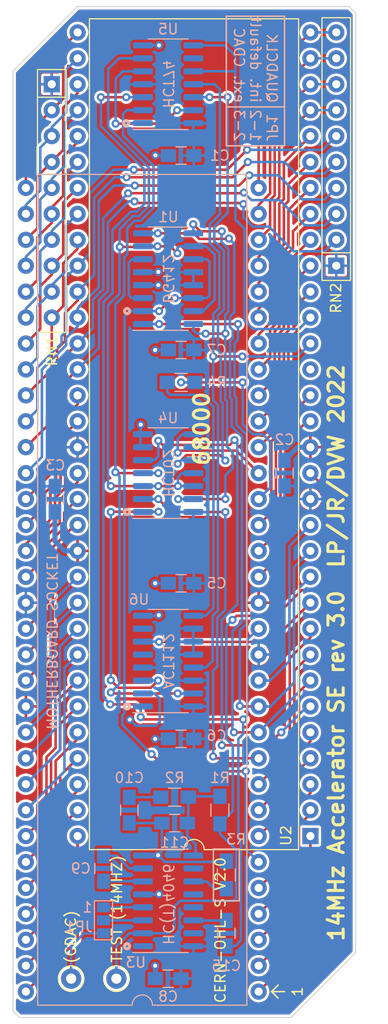
<source format=kicad_pcb>
(kicad_pcb (version 20171130) (host pcbnew "(5.1.12)-1")
  (title_block (title "14MHz Accelerator SE") (date 2022-08-17) (rev 3.0) (company DvW))
  (layers (0 F.Cu signal) (31 B.Cu signal) (34 B.Paste user hide) (35 F.Paste user hide) (36 B.SilkS user) (37 F.SilkS user) (38 B.Mask user hide) (39 F.Mask user hide) (44 Edge.Cuts user))
  (net 0 "")
  (net 1 VCC)
  (net 2 GND)
  (net 3 "Net-(C9-Pad2)")
  (net 4 "Net-(C9-Pad1)")
  (net 5 "Net-(C10-Pad1)")
  (net 6 "Net-(C11-Pad1)")
  (net 7 "Net-(C15-Pad2)")
  (net 8 CLK_7)
  (net 9 D4)
  (net 10 A5)
  (net 11 D3)
  (net 12 A6)
  (net 13 D2)
  (net 14 A7)
  (net 15 D1)
  (net 16 A8)
  (net 17 D0)
  (net 18 A9)
  (net 19 ~AS_7)
  (net 20 A10)
  (net 21 ~UDS)
  (net 22 A11)
  (net 23 ~LDS)
  (net 24 A12)
  (net 25 R/~W)
  (net 26 A13)
  (net 27 ~DTACK_7)
  (net 28 A14)
  (net 29 ~BG~)
  (net 30 A15)
  (net 31 ~BGACK~)
  (net 32 A16)
  (net 33 ~BR~)
  (net 34 A17)
  (net 35 A18)
  (net 36 A19)
  (net 37 A20)
  (net 38 ~HALT~)
  (net 39 ~RESET~)
  (net 40 A21)
  (net 41 ~VMA_7)
  (net 42 A22)
  (net 43 E_7)
  (net 44 A23)
  (net 45 ~VPA_7)
  (net 46 ~BERR~)
  (net 47 D15)
  (net 48 ~IPL2~)
  (net 49 D14)
  (net 50 ~IPL1~)
  (net 51 D13)
  (net 52 ~IPL0~)
  (net 53 D12)
  (net 54 FC2)
  (net 55 D11)
  (net 56 FC1)
  (net 57 D10)
  (net 58 FC0)
  (net 59 D9)
  (net 60 A1)
  (net 61 D8)
  (net 62 A2)
  (net 63 D7)
  (net 64 A3)
  (net 65 D6)
  (net 66 A4)
  (net 67 D5)
  (net 68 CLK_14)
  (net 69 "Net-(J3-Pad1)")
  (net 70 "Net-(JP1-Pad2)")
  (net 71 "/bus interface/QCLK_7")
  (net 72 "Net-(R3-Pad1)")
  (net 73 "Net-(R4-Pad2)")
  (net 74 "Net-(U1-Pad10)")
  (net 75 ~AS14)
  (net 76 ~DTACK14)
  (net 77 E_14)
  (net 78 "Net-(U4-Pad10)")
  (net 79 "/bus interface/AS_14")
  (net 80 "Net-(U4-Pad1)")
  (net 81 "/bus interface/AS7")
  (net 82 "Net-(U1-Pad3)")
  (net 83 "Net-(U1-Pad16)")
  (module Package_SO:SOIC-16_3.9x9.9mm_P1.27mm (layer B.Cu) (at 85.09 105.41)
    (fp_text reference U3 (at -3.175 6.0325 180) (layer B.SilkS) (effects (justify mirror)))
    (fp_text value 74HCT4046)
    (pad 16 smd roundrect (at 2.475 4.445) (size 1.95 0.6) (layers B.Cu B.Paste B.Mask) (net 1 VCC))
    (pad 15 smd roundrect (at 2.475 3.175) (size 1.95 0.6) (layers B.Cu B.Paste B.Mask))
    (pad 14 smd roundrect (at 2.475 1.905) (size 1.95 0.6) (layers B.Cu B.Paste B.Mask) (net 7 "Net-(C15-Pad2)"))
    (pad 13 smd roundrect (at 2.475 0.635) (size 1.95 0.6) (layers B.Cu B.Paste B.Mask))
    (pad 12 smd roundrect (at 2.475 -0.635) (size 1.95 0.6) (layers B.Cu B.Paste B.Mask))
    (pad 11 smd roundrect (at 2.475 -1.905) (size 1.95 0.6) (layers B.Cu B.Paste B.Mask) (net 72 "Net-(R3-Pad1)"))
    (pad 10 smd roundrect (at 2.475 -3.175) (size 1.95 0.6) (layers B.Cu B.Paste B.Mask))
    (pad 9 smd roundrect (at 2.475 -4.445) (size 1.95 0.6) (layers B.Cu B.Paste B.Mask) (net 6 "Net-(C11-Pad1)"))
    (pad 8 smd roundrect (at -2.475 -4.445) (size 1.95 0.6) (layers B.Cu B.Paste B.Mask) (net 2 GND))
    (pad 7 smd roundrect (at -2.475 -3.175) (size 1.95 0.6) (layers B.Cu B.Paste B.Mask) (net 3 "Net-(C9-Pad2)"))
    (pad 6 smd roundrect (at -2.475 -1.905) (size 1.95 0.6) (layers B.Cu B.Paste B.Mask) (net 4 "Net-(C9-Pad1)"))
    (pad 5 smd roundrect (at -2.475 -0.635) (size 1.95 0.6) (layers B.Cu B.Paste B.Mask) (net 2 GND))
    (pad 4 smd roundrect (at -2.475 0.635) (size 1.95 0.6) (layers B.Cu B.Paste B.Mask) (net 71 "/bus interface/QCLK_7"))
    (pad 3 smd roundrect (at -2.475 1.905) (size 1.95 0.6) (layers B.Cu B.Paste B.Mask) (net 70 "Net-(JP1-Pad2)"))
    (pad 2 smd roundrect (at -2.475 3.175) (size 1.95 0.6) (layers B.Cu B.Paste B.Mask) (net 68 CLK_14))
    (pad 1 smd roundrect (at -2.475 4.445) (size 1.95 0.6) (layers B.Cu B.Paste B.Mask))
  )
  (module Package_SO:SOIC-16_3.9x9.9mm_P1.27mm (layer B.Cu) (at 85.09 81.915)
    (fp_text reference U6 (at -2.8575 -6.0325) (layer B.SilkS) (effects (justify mirror)))
    (fp_text value 74ACT112)
    (pad 16 smd roundrect (at 2.475 4.445) (size 1.95 0.6) (layers B.Cu B.Paste B.Mask) (net 1 VCC))
    (pad 15 smd roundrect (at 2.475 3.175) (size 1.95 0.6) (layers B.Cu B.Paste B.Mask) (net 79 "/bus interface/AS_14"))
    (pad 14 smd roundrect (at 2.475 1.905) (size 1.95 0.6) (layers B.Cu B.Paste B.Mask) (net 1 VCC))
    (pad 13 smd roundrect (at 2.475 0.635) (size 1.95 0.6) (layers B.Cu B.Paste B.Mask) (net 77 E_14))
    (pad 12 smd roundrect (at 2.475 -0.635) (size 1.95 0.6) (layers B.Cu B.Paste B.Mask) (net 1 VCC))
    (pad 11 smd roundrect (at 2.475 -1.905) (size 1.95 0.6) (layers B.Cu B.Paste B.Mask) (net 1 VCC))
    (pad 10 smd roundrect (at 2.475 -3.175) (size 1.95 0.6) (layers B.Cu B.Paste B.Mask) (net 1 VCC))
    (pad 9 smd roundrect (at 2.475 -4.445) (size 1.95 0.6) (layers B.Cu B.Paste B.Mask) (net 73 "Net-(R4-Pad2)"))
    (pad 8 smd roundrect (at -2.475 -4.445) (size 1.95 0.6) (layers B.Cu B.Paste B.Mask) (net 2 GND))
    (pad 7 smd roundrect (at -2.475 -3.175) (size 1.95 0.6) (layers B.Cu B.Paste B.Mask))
    (pad 6 smd roundrect (at -2.475 -1.905) (size 1.95 0.6) (layers B.Cu B.Paste B.Mask) (net 76 ~DTACK14))
    (pad 5 smd roundrect (at -2.475 -0.635) (size 1.95 0.6) (layers B.Cu B.Paste B.Mask))
    (pad 4 smd roundrect (at -2.475 0.635) (size 1.95 0.6) (layers B.Cu B.Paste B.Mask) (net 1 VCC))
    (pad 3 smd roundrect (at -2.475 1.905) (size 1.95 0.6) (layers B.Cu B.Paste B.Mask) (net 80 "Net-(U4-Pad1)"))
    (pad 2 smd roundrect (at -2.475 3.175) (size 1.95 0.6) (layers B.Cu B.Paste B.Mask) (net 2 GND))
    (pad 1 smd roundrect (at -2.475 4.445) (size 1.95 0.6) (layers B.Cu B.Paste B.Mask) (net 8 CLK_7))
  )
  (module Package_SO:SOIC-14_3.9x8.7mm_P1.27mm (layer B.Cu) (at 85.09 63.5)
    (fp_text reference U4 (at 0 -5.3975 180) (layer B.SilkS) (effects (justify mirror)))
    (fp_text value 74HCT02)
    (pad 14 smd roundrect (at 2.475 3.81) (size 1.95 0.6) (layers B.Cu B.Paste B.Mask) (net 1 VCC))
    (pad 13 smd roundrect (at 2.475 2.54) (size 1.95 0.6) (layers B.Cu B.Paste B.Mask) (net 83 "Net-(U1-Pad16)"))
    (pad 12 smd roundrect (at 2.475 1.27) (size 1.95 0.6) (layers B.Cu B.Paste B.Mask) (net 74 "Net-(U1-Pad10)"))
    (pad 11 smd roundrect (at 2.475 0) (size 1.95 0.6) (layers B.Cu B.Paste B.Mask) (net 74 "Net-(U1-Pad10)"))
    (pad 10 smd roundrect (at 2.475 -1.27) (size 1.95 0.6) (layers B.Cu B.Paste B.Mask) (net 78 "Net-(U4-Pad10)"))
    (pad 9 smd roundrect (at 2.475 -2.54) (size 1.95 0.6) (layers B.Cu B.Paste B.Mask) (net 73 "Net-(R4-Pad2)"))
    (pad 8 smd roundrect (at 2.475 -3.81) (size 1.95 0.6) (layers B.Cu B.Paste B.Mask) (net 45 ~VPA_7))
    (pad 7 smd roundrect (at -2.475 -3.81) (size 1.95 0.6) (layers B.Cu B.Paste B.Mask) (net 2 GND))
    (pad 6 smd roundrect (at -2.475 -2.54) (size 1.95 0.6) (layers B.Cu B.Paste B.Mask) (net 2 GND))
    (pad 5 smd roundrect (at -2.475 -1.27) (size 1.95 0.6) (layers B.Cu B.Paste B.Mask) (net 75 ~AS14))
    (pad 4 smd roundrect (at -2.475 0) (size 1.95 0.6) (layers B.Cu B.Paste B.Mask) (net 79 "/bus interface/AS_14"))
    (pad 3 smd roundrect (at -2.475 1.27) (size 1.95 0.6) (layers B.Cu B.Paste B.Mask) (net 74 "Net-(U1-Pad10)"))
    (pad 2 smd roundrect (at -2.475 2.54) (size 1.95 0.6) (layers B.Cu B.Paste B.Mask) (net 27 ~DTACK_7))
    (pad 1 smd roundrect (at -2.475 3.81) (size 1.95 0.6) (layers B.Cu B.Paste B.Mask) (net 80 "Net-(U4-Pad1)"))
  )
  (module Package_SO:SOIC-14_3.9x8.7mm_P1.27mm (layer B.Cu) (at 85.09 25.4)
    (fp_text reference U5 (at 0 -5.3975 180) (layer B.SilkS) (effects (justify mirror)))
    (fp_text value 74HCT74)
    (pad 14 smd roundrect (at 2.475 3.81) (size 1.95 0.6) (layers B.Cu B.Paste B.Mask) (net 1 VCC))
    (pad 13 smd roundrect (at 2.475 2.54) (size 1.95 0.6) (layers B.Cu B.Paste B.Mask) (net 81 "/bus interface/AS7"))
    (pad 12 smd roundrect (at 2.475 1.27) (size 1.95 0.6) (layers B.Cu B.Paste B.Mask) (net 78 "Net-(U4-Pad10)"))
    (pad 11 smd roundrect (at 2.475 0) (size 1.95 0.6) (layers B.Cu B.Paste B.Mask) (net 77 E_14))
    (pad 10 smd roundrect (at 2.475 -1.27) (size 1.95 0.6) (layers B.Cu B.Paste B.Mask) (net 41 ~VMA_7))
    (pad 9 smd roundrect (at 2.475 -2.54) (size 1.95 0.6) (layers B.Cu B.Paste B.Mask))
    (pad 8 smd roundrect (at 2.475 -3.81) (size 1.95 0.6) (layers B.Cu B.Paste B.Mask) (net 41 ~VMA_7))
    (pad 7 smd roundrect (at -2.475 -3.81) (size 1.95 0.6) (layers B.Cu B.Paste B.Mask) (net 2 GND))
    (pad 6 smd roundrect (at -2.475 -2.54) (size 1.95 0.6) (layers B.Cu B.Paste B.Mask) (net 74 "Net-(U1-Pad10)"))
    (pad 5 smd roundrect (at -2.475 -1.27) (size 1.95 0.6) (layers B.Cu B.Paste B.Mask) (net 81 "/bus interface/AS7"))
    (pad 4 smd roundrect (at -2.475 0) (size 1.95 0.6) (layers B.Cu B.Paste B.Mask) (net 1 VCC))
    (pad 3 smd roundrect (at -2.475 1.27) (size 1.95 0.6) (layers B.Cu B.Paste B.Mask) (net 8 CLK_7))
    (pad 2 smd roundrect (at -2.475 2.54) (size 1.95 0.6) (layers B.Cu B.Paste B.Mask) (net 79 "/bus interface/AS_14"))
    (pad 1 smd roundrect (at -2.475 3.81) (size 1.95 0.6) (layers B.Cu B.Paste B.Mask) (net 79 "/bus interface/AS_14"))
  )
  (module Housings_DIP:DIP-64_W22.86mm (layer B.Cu) (at 71.12 114.3)
    (fp_text reference J1 hide)
    (fp_text value 68K_Host_Interface)
    (pad 64 thru_hole oval (at 22.86 0) (size 1.6 1.6) (drill 0.8) (layers *.Cu *.Mask) (net 9 D4))
    (pad 32 thru_hole oval (at 0 -78.74) (size 1.6 1.6) (drill 0.8) (layers *.Cu *.Mask) (net 10 A5))
    (pad 63 thru_hole oval (at 22.86 -2.54) (size 1.6 1.6) (drill 0.8) (layers *.Cu *.Mask) (net 11 D3))
    (pad 31 thru_hole oval (at 0 -76.2) (size 1.6 1.6) (drill 0.8) (layers *.Cu *.Mask) (net 12 A6))
    (pad 62 thru_hole oval (at 22.86 -5.08) (size 1.6 1.6) (drill 0.8) (layers *.Cu *.Mask) (net 13 D2))
    (pad 30 thru_hole oval (at 0 -73.66) (size 1.6 1.6) (drill 0.8) (layers *.Cu *.Mask) (net 14 A7))
    (pad 61 thru_hole oval (at 22.86 -7.62) (size 1.6 1.6) (drill 0.8) (layers *.Cu *.Mask) (net 15 D1))
    (pad 29 thru_hole oval (at 0 -71.12) (size 1.6 1.6) (drill 0.8) (layers *.Cu *.Mask) (net 16 A8))
    (pad 60 thru_hole oval (at 22.86 -10.16) (size 1.6 1.6) (drill 0.8) (layers *.Cu *.Mask) (net 17 D0))
    (pad 28 thru_hole oval (at 0 -68.58) (size 1.6 1.6) (drill 0.8) (layers *.Cu *.Mask) (net 18 A9))
    (pad 59 thru_hole oval (at 22.86 -12.7) (size 1.6 1.6) (drill 0.8) (layers *.Cu *.Mask) (net 19 ~AS_7))
    (pad 27 thru_hole oval (at 0 -66.04) (size 1.6 1.6) (drill 0.8) (layers *.Cu *.Mask) (net 20 A10))
    (pad 58 thru_hole oval (at 22.86 -15.24) (size 1.6 1.6) (drill 0.8) (layers *.Cu *.Mask) (net 21 ~UDS))
    (pad 26 thru_hole oval (at 0 -63.5) (size 1.6 1.6) (drill 0.8) (layers *.Cu *.Mask) (net 22 A11))
    (pad 57 thru_hole oval (at 22.86 -17.78) (size 1.6 1.6) (drill 0.8) (layers *.Cu *.Mask) (net 23 ~LDS))
    (pad 25 thru_hole oval (at 0 -60.96) (size 1.6 1.6) (drill 0.8) (layers *.Cu *.Mask) (net 24 A12))
    (pad 56 thru_hole oval (at 22.86 -20.32) (size 1.6 1.6) (drill 0.8) (layers *.Cu *.Mask) (net 25 R/~W))
    (pad 24 thru_hole oval (at 0 -58.42) (size 1.6 1.6) (drill 0.8) (layers *.Cu *.Mask) (net 26 A13))
    (pad 55 thru_hole oval (at 22.86 -22.86) (size 1.6 1.6) (drill 0.8) (layers *.Cu *.Mask) (net 27 ~DTACK_7))
    (pad 23 thru_hole oval (at 0 -55.88) (size 1.6 1.6) (drill 0.8) (layers *.Cu *.Mask) (net 28 A14))
    (pad 54 thru_hole oval (at 22.86 -25.4) (size 1.6 1.6) (drill 0.8) (layers *.Cu *.Mask) (net 29 ~BG~))
    (pad 22 thru_hole oval (at 0 -53.34) (size 1.6 1.6) (drill 0.8) (layers *.Cu *.Mask) (net 30 A15))
    (pad 53 thru_hole oval (at 22.86 -27.94) (size 1.6 1.6) (drill 0.8) (layers *.Cu *.Mask) (net 31 ~BGACK~))
    (pad 21 thru_hole oval (at 0 -50.8) (size 1.6 1.6) (drill 0.8) (layers *.Cu *.Mask) (net 32 A16))
    (pad 52 thru_hole oval (at 22.86 -30.48) (size 1.6 1.6) (drill 0.8) (layers *.Cu *.Mask) (net 33 ~BR~))
    (pad 20 thru_hole oval (at 0 -48.26) (size 1.6 1.6) (drill 0.8) (layers *.Cu *.Mask) (net 34 A17))
    (pad 51 thru_hole oval (at 22.86 -33.02) (size 1.6 1.6) (drill 0.8) (layers *.Cu *.Mask) (net 1 VCC))
    (pad 19 thru_hole oval (at 0 -45.72) (size 1.6 1.6) (drill 0.8) (layers *.Cu *.Mask) (net 35 A18))
    (pad 50 thru_hole oval (at 22.86 -35.56) (size 1.6 1.6) (drill 0.8) (layers *.Cu *.Mask) (net 8 CLK_7))
    (pad 18 thru_hole oval (at 0 -43.18) (size 1.6 1.6) (drill 0.8) (layers *.Cu *.Mask) (net 36 A19))
    (pad 49 thru_hole oval (at 22.86 -38.1) (size 1.6 1.6) (drill 0.8) (layers *.Cu *.Mask) (net 2 GND))
    (pad 17 thru_hole oval (at 0 -40.64) (size 1.6 1.6) (drill 0.8) (layers *.Cu *.Mask) (net 37 A20))
    (pad 48 thru_hole oval (at 22.86 -40.64) (size 1.6 1.6) (drill 0.8) (layers *.Cu *.Mask) (net 38 ~HALT~))
    (pad 16 thru_hole oval (at 0 -38.1) (size 1.6 1.6) (drill 0.8) (layers *.Cu *.Mask) (net 1 VCC))
    (pad 47 thru_hole oval (at 22.86 -43.18) (size 1.6 1.6) (drill 0.8) (layers *.Cu *.Mask) (net 39 ~RESET~))
    (pad 15 thru_hole oval (at 0 -35.56) (size 1.6 1.6) (drill 0.8) (layers *.Cu *.Mask) (net 40 A21))
    (pad 46 thru_hole oval (at 22.86 -45.72) (size 1.6 1.6) (drill 0.8) (layers *.Cu *.Mask) (net 41 ~VMA_7))
    (pad 14 thru_hole oval (at 0 -33.02) (size 1.6 1.6) (drill 0.8) (layers *.Cu *.Mask) (net 42 A22))
    (pad 45 thru_hole oval (at 22.86 -48.26) (size 1.6 1.6) (drill 0.8) (layers *.Cu *.Mask) (net 43 E_7))
    (pad 13 thru_hole oval (at 0 -30.48) (size 1.6 1.6) (drill 0.8) (layers *.Cu *.Mask) (net 44 A23))
    (pad 44 thru_hole oval (at 22.86 -50.8) (size 1.6 1.6) (drill 0.8) (layers *.Cu *.Mask) (net 45 ~VPA_7))
    (pad 12 thru_hole oval (at 0 -27.94) (size 1.6 1.6) (drill 0.8) (layers *.Cu *.Mask) (net 2 GND))
    (pad 43 thru_hole oval (at 22.86 -53.34) (size 1.6 1.6) (drill 0.8) (layers *.Cu *.Mask) (net 46 ~BERR~))
    (pad 11 thru_hole oval (at 0 -25.4) (size 1.6 1.6) (drill 0.8) (layers *.Cu *.Mask) (net 47 D15))
    (pad 42 thru_hole oval (at 22.86 -55.88) (size 1.6 1.6) (drill 0.8) (layers *.Cu *.Mask) (net 48 ~IPL2~))
    (pad 10 thru_hole oval (at 0 -22.86) (size 1.6 1.6) (drill 0.8) (layers *.Cu *.Mask) (net 49 D14))
    (pad 41 thru_hole oval (at 22.86 -58.42) (size 1.6 1.6) (drill 0.8) (layers *.Cu *.Mask) (net 50 ~IPL1~))
    (pad 9 thru_hole oval (at 0 -20.32) (size 1.6 1.6) (drill 0.8) (layers *.Cu *.Mask) (net 51 D13))
    (pad 40 thru_hole oval (at 22.86 -60.96) (size 1.6 1.6) (drill 0.8) (layers *.Cu *.Mask) (net 52 ~IPL0~))
    (pad 8 thru_hole oval (at 0 -17.78) (size 1.6 1.6) (drill 0.8) (layers *.Cu *.Mask) (net 53 D12))
    (pad 39 thru_hole oval (at 22.86 -63.5) (size 1.6 1.6) (drill 0.8) (layers *.Cu *.Mask) (net 54 FC2))
    (pad 7 thru_hole oval (at 0 -15.24) (size 1.6 1.6) (drill 0.8) (layers *.Cu *.Mask) (net 55 D11))
    (pad 38 thru_hole oval (at 22.86 -66.04) (size 1.6 1.6) (drill 0.8) (layers *.Cu *.Mask) (net 56 FC1))
    (pad 6 thru_hole oval (at 0 -12.7) (size 1.6 1.6) (drill 0.8) (layers *.Cu *.Mask) (net 57 D10))
    (pad 37 thru_hole oval (at 22.86 -68.58) (size 1.6 1.6) (drill 0.8) (layers *.Cu *.Mask) (net 58 FC0))
    (pad 5 thru_hole oval (at 0 -10.16) (size 1.6 1.6) (drill 0.8) (layers *.Cu *.Mask) (net 59 D9))
    (pad 36 thru_hole oval (at 22.86 -71.12) (size 1.6 1.6) (drill 0.8) (layers *.Cu *.Mask) (net 60 A1))
    (pad 4 thru_hole oval (at 0 -7.62) (size 1.6 1.6) (drill 0.8) (layers *.Cu *.Mask) (net 61 D8))
    (pad 35 thru_hole oval (at 22.86 -73.66) (size 1.6 1.6) (drill 0.8) (layers *.Cu *.Mask) (net 62 A2))
    (pad 3 thru_hole oval (at 0 -5.08) (size 1.6 1.6) (drill 0.8) (layers *.Cu *.Mask) (net 63 D7))
    (pad 34 thru_hole oval (at 22.86 -76.2) (size 1.6 1.6) (drill 0.8) (layers *.Cu *.Mask) (net 64 A3))
    (pad 2 thru_hole oval (at 0 -2.54) (size 1.6 1.6) (drill 0.8) (layers *.Cu *.Mask) (net 65 D6))
    (pad 33 thru_hole oval (at 22.86 -78.74) (size 1.6 1.6) (drill 0.8) (layers *.Cu *.Mask) (net 66 A4))
    (pad 1 thru_hole circle (at 0 0) (size 1.6 1.6) (drill 0.8) (layers *.Cu *.Mask) (net 67 D5))
  )
  (module Capacitors_SMD:C_0805_HandSoldering (layer B.Cu) (at 90.805 108.585 90)
    (fp_text reference C15 (at -3.175 0) (layer B.SilkS) (effects (justify mirror)))
    (fp_text value 100p)
    (pad 2 smd rect (at 1.25 0 90) (size 1.5 1.25) (layers B.Cu B.Paste B.Mask) (net 7 "Net-(C15-Pad2)"))
    (pad 1 smd rect (at -1.25 0 90) (size 1.5 1.25) (layers B.Cu B.Paste B.Mask) (net 8 CLK_7))
  )
  (module Capacitors_SMD:C_0805_HandSoldering (layer B.Cu) (at 86.36 32.385 180)
    (fp_text reference C1 (at -3.81 0) (layer B.SilkS) (effects (justify mirror)))
    (fp_text value 100n)
    (pad 1 smd rect (at -1.25 0 180) (size 1.5 1.25) (layers B.Cu B.Paste B.Mask) (net 1 VCC))
    (pad 2 smd rect (at 1.25 0 180) (size 1.5 1.25) (layers B.Cu B.Paste B.Mask) (net 2 GND))
  )
  (module Capacitors_SMD:C_0805_HandSoldering (layer B.Cu) (at 96.52 63.5 270)
    (fp_text reference C2 (at -3.2766 0) (layer B.SilkS) (effects (justify mirror)))
    (fp_text value 100n)
    (pad 1 smd rect (at -1.25 0 270) (size 1.5 1.25) (layers B.Cu B.Paste B.Mask) (net 2 GND))
    (pad 2 smd rect (at 1.25 0 270) (size 1.5 1.25) (layers B.Cu B.Paste B.Mask) (net 1 VCC))
  )
  (module Capacitors_SMD:C_0805_HandSoldering (layer B.Cu) (at 73.9775 66.04 270)
    (fp_text reference C3 (at -3.302 -0.0381) (layer B.SilkS) (effects (justify mirror)))
    (fp_text value 100n)
    (pad 2 smd rect (at 1.25 0 270) (size 1.5 1.25) (layers B.Cu B.Paste B.Mask) (net 2 GND))
    (pad 1 smd rect (at -1.25 0 270) (size 1.5 1.25) (layers B.Cu B.Paste B.Mask) (net 1 VCC))
  )
  (module Capacitors_SMD:C_0805_HandSoldering (layer B.Cu) (at 86.36 74.295 180)
    (fp_text reference C5 (at -3.4925 0) (layer B.SilkS) (effects (justify mirror)))
    (fp_text value 100n)
    (pad 1 smd rect (at -1.25 0 180) (size 1.5 1.25) (layers B.Cu B.Paste B.Mask) (net 1 VCC))
    (pad 2 smd rect (at 1.25 0 180) (size 1.5 1.25) (layers B.Cu B.Paste B.Mask) (net 2 GND))
  )
  (module Capacitors_SMD:C_0805_HandSoldering (layer B.Cu) (at 86.36 89.535 180)
    (fp_text reference C6 (at -3.4925 0.3175) (layer B.SilkS) (effects (justify mirror)))
    (fp_text value 100n)
    (pad 2 smd rect (at 1.25 0 180) (size 1.5 1.25) (layers B.Cu B.Paste B.Mask) (net 2 GND))
    (pad 1 smd rect (at -1.25 0 180) (size 1.5 1.25) (layers B.Cu B.Paste B.Mask) (net 1 VCC))
  )
  (module Capacitors_SMD:C_0805_HandSoldering (layer B.Cu) (at 86.36 51.435 180)
    (fp_text reference C7 (at -3.4925 0) (layer B.SilkS) (effects (justify mirror)))
    (fp_text value 100n)
    (pad 2 smd rect (at 1.25 0 180) (size 1.5 1.25) (layers B.Cu B.Paste B.Mask) (net 2 GND))
    (pad 1 smd rect (at -1.25 0 180) (size 1.5 1.25) (layers B.Cu B.Paste B.Mask) (net 1 VCC))
  )
  (module Capacitors_SMD:C_0805_HandSoldering (layer B.Cu) (at 85.09 113.03)
    (fp_text reference C8 (at 0 1.75) (layer B.SilkS) (effects (justify mirror)))
    (fp_text value 100n)
    (pad 1 smd rect (at -1.25 0) (size 1.5 1.25) (layers B.Cu B.Paste B.Mask) (net 2 GND))
    (pad 2 smd rect (at 1.25 0) (size 1.5 1.25) (layers B.Cu B.Paste B.Mask) (net 1 VCC))
  )
  (module Capacitors_SMD:C_0805_HandSoldering (layer B.Cu) (at 78.74 102.235 90)
    (fp_text reference C9 (at 0 -2.2225) (layer B.SilkS) (effects (justify mirror)))
    (fp_text value 100p)
    (pad 2 smd rect (at 1.25 0 90) (size 1.5 1.25) (layers B.Cu B.Paste B.Mask) (net 3 "Net-(C9-Pad2)"))
    (pad 1 smd rect (at -1.25 0 90) (size 1.5 1.25) (layers B.Cu B.Paste B.Mask) (net 4 "Net-(C9-Pad1)"))
  )
  (module Capacitors_SMD:C_0805_HandSoldering (layer B.Cu) (at 81.28 96.52 270)
    (fp_text reference C10 (at -3.175 0 180) (layer B.SilkS) (effects (justify mirror)))
    (fp_text value 100n)
    (pad 1 smd rect (at -1.25 0 270) (size 1.5 1.25) (layers B.Cu B.Paste B.Mask) (net 5 "Net-(C10-Pad1)"))
    (pad 2 smd rect (at 1.25 0 270) (size 1.5 1.25) (layers B.Cu B.Paste B.Mask) (net 2 GND))
  )
  (module Capacitors_SMD:C_0805_HandSoldering (layer B.Cu) (at 85.725 97.79 180)
    (fp_text reference C11 (at 0 -1.905) (layer B.SilkS) (effects (justify mirror)))
    (fp_text value 22p)
    (pad 2 smd rect (at 1.25 0 180) (size 1.5 1.25) (layers B.Cu B.Paste B.Mask) (net 2 GND))
    (pad 1 smd rect (at -1.25 0 180) (size 1.5 1.25) (layers B.Cu B.Paste B.Mask) (net 6 "Net-(C11-Pad1)"))
  )
  (module Connectors:GS3 (layer B.Cu) (at 78.74 107.315 180)
    (fp_text reference JP1 (at 2.413 -0.635) (layer B.SilkS) (effects (justify mirror)))
    (fp_text value SolderJumper_3_Open hide)
    (pad 3 smd rect (at 0 -1.27 180) (size 1.27 0.97) (layers B.Cu B.Paste B.Mask) (net 69 "Net-(J3-Pad1)"))
    (pad 2 smd rect (at 0 0 180) (size 1.27 0.97) (layers B.Cu B.Paste B.Mask) (net 70 "Net-(JP1-Pad2)"))
    (pad 1 smd rect (at 0 1.27 180) (size 1.27 0.97) (layers B.Cu B.Paste B.Mask) (net 71 "/bus interface/QCLK_7"))
  )
  (module Resistors_SMD:R_0805_HandSoldering (layer B.Cu) (at 90.17 96.52 90)
    (fp_text reference R1 (at 3.175 0) (layer B.SilkS) (effects (justify mirror)))
    (fp_text value 2K2)
    (pad 1 smd rect (at -1.35 0 90) (size 1.5 1.3) (layers B.Cu B.Paste B.Mask) (net 68 CLK_14))
    (pad 2 smd rect (at 1.35 0 90) (size 1.5 1.3) (layers B.Cu B.Paste B.Mask) (net 6 "Net-(C11-Pad1)"))
  )
  (module Resistors_SMD:R_0805_HandSoldering (layer B.Cu) (at 85.725 95.25 180)
    (fp_text reference R2 (at 0 1.905) (layer B.SilkS) (effects (justify mirror)))
    (fp_text value 2K2)
    (pad 2 smd rect (at 1.35 0 180) (size 1.5 1.3) (layers B.Cu B.Paste B.Mask) (net 5 "Net-(C10-Pad1)"))
    (pad 1 smd rect (at -1.35 0 180) (size 1.5 1.3) (layers B.Cu B.Paste B.Mask) (net 6 "Net-(C11-Pad1)"))
  )
  (module Resistors_SMD:R_0805_HandSoldering (layer B.Cu) (at 90.805 102.87 90)
    (fp_text reference R3 (at 3.4925 0.9525) (layer B.SilkS) (effects (justify mirror)))
    (fp_text value 4K3)
    (pad 2 smd rect (at 1.35 0 90) (size 1.5 1.3) (layers B.Cu B.Paste B.Mask) (net 2 GND))
    (pad 1 smd rect (at -1.35 0 90) (size 1.5 1.3) (layers B.Cu B.Paste B.Mask) (net 72 "Net-(R3-Pad1)"))
  )
  (module Resistors_SMD:R_0805_HandSoldering (layer B.Cu) (at 86.36 54.61 180)
    (fp_text reference R4 (at -3.4925 0) (layer B.SilkS) (effects (justify mirror)))
    (fp_text value 33)
    (pad 1 smd rect (at -1.35 0 180) (size 1.5 1.3) (layers B.Cu B.Paste B.Mask) (net 43 E_7))
    (pad 2 smd rect (at 1.35 0 180) (size 1.5 1.3) (layers B.Cu B.Paste B.Mask) (net 73 "Net-(R4-Pad2)"))
  )
  (module Housings_DIP:DIP-64_W22.86mm (layer F.Cu) (at 99.06 99.06 180)
    (fp_text reference U2 (at 2.3876 0.0508 270) (layer F.SilkS))
    (fp_text value MC68000)
    (pad 64 thru_hole oval (at 22.86 0 180) (size 1.6 1.6) (drill 0.8) (layers *.Cu *.Mask) (net 67 D5))
    (pad 32 thru_hole oval (at 0 78.74 180) (size 1.6 1.6) (drill 0.8) (layers *.Cu *.Mask) (net 66 A4))
    (pad 63 thru_hole oval (at 22.86 2.54 180) (size 1.6 1.6) (drill 0.8) (layers *.Cu *.Mask) (net 65 D6))
    (pad 31 thru_hole oval (at 0 76.2 180) (size 1.6 1.6) (drill 0.8) (layers *.Cu *.Mask) (net 64 A3))
    (pad 62 thru_hole oval (at 22.86 5.08 180) (size 1.6 1.6) (drill 0.8) (layers *.Cu *.Mask) (net 63 D7))
    (pad 30 thru_hole oval (at 0 73.66 180) (size 1.6 1.6) (drill 0.8) (layers *.Cu *.Mask) (net 62 A2))
    (pad 61 thru_hole oval (at 22.86 7.62 180) (size 1.6 1.6) (drill 0.8) (layers *.Cu *.Mask) (net 61 D8))
    (pad 29 thru_hole oval (at 0 71.12 180) (size 1.6 1.6) (drill 0.8) (layers *.Cu *.Mask) (net 60 A1))
    (pad 60 thru_hole oval (at 22.86 10.16 180) (size 1.6 1.6) (drill 0.8) (layers *.Cu *.Mask) (net 59 D9))
    (pad 28 thru_hole oval (at 0 68.58 180) (size 1.6 1.6) (drill 0.8) (layers *.Cu *.Mask) (net 58 FC0))
    (pad 59 thru_hole oval (at 22.86 12.7 180) (size 1.6 1.6) (drill 0.8) (layers *.Cu *.Mask) (net 57 D10))
    (pad 27 thru_hole oval (at 0 66.04 180) (size 1.6 1.6) (drill 0.8) (layers *.Cu *.Mask) (net 56 FC1))
    (pad 58 thru_hole oval (at 22.86 15.24 180) (size 1.6 1.6) (drill 0.8) (layers *.Cu *.Mask) (net 55 D11))
    (pad 26 thru_hole oval (at 0 63.5 180) (size 1.6 1.6) (drill 0.8) (layers *.Cu *.Mask) (net 54 FC2))
    (pad 57 thru_hole oval (at 22.86 17.78 180) (size 1.6 1.6) (drill 0.8) (layers *.Cu *.Mask) (net 53 D12))
    (pad 25 thru_hole oval (at 0 60.96 180) (size 1.6 1.6) (drill 0.8) (layers *.Cu *.Mask) (net 52 ~IPL0~))
    (pad 56 thru_hole oval (at 22.86 20.32 180) (size 1.6 1.6) (drill 0.8) (layers *.Cu *.Mask) (net 51 D13))
    (pad 24 thru_hole oval (at 0 58.42 180) (size 1.6 1.6) (drill 0.8) (layers *.Cu *.Mask) (net 50 ~IPL1~))
    (pad 55 thru_hole oval (at 22.86 22.86 180) (size 1.6 1.6) (drill 0.8) (layers *.Cu *.Mask) (net 49 D14))
    (pad 23 thru_hole oval (at 0 55.88 180) (size 1.6 1.6) (drill 0.8) (layers *.Cu *.Mask) (net 48 ~IPL2~))
    (pad 54 thru_hole oval (at 22.86 25.4 180) (size 1.6 1.6) (drill 0.8) (layers *.Cu *.Mask) (net 47 D15))
    (pad 22 thru_hole oval (at 0 53.34 180) (size 1.6 1.6) (drill 0.8) (layers *.Cu *.Mask) (net 46 ~BERR~))
    (pad 53 thru_hole oval (at 22.86 27.94 180) (size 1.6 1.6) (drill 0.8) (layers *.Cu *.Mask) (net 2 GND))
    (pad 21 thru_hole oval (at 0 50.8 180) (size 1.6 1.6) (drill 0.8) (layers *.Cu *.Mask) (net 41 ~VMA_7))
    (pad 52 thru_hole oval (at 22.86 30.48 180) (size 1.6 1.6) (drill 0.8) (layers *.Cu *.Mask) (net 44 A23))
    (pad 20 thru_hole oval (at 0 48.26 180) (size 1.6 1.6) (drill 0.8) (layers *.Cu *.Mask) (net 77 E_14))
    (pad 51 thru_hole oval (at 22.86 33.02 180) (size 1.6 1.6) (drill 0.8) (layers *.Cu *.Mask) (net 42 A22))
    (pad 19 thru_hole oval (at 0 45.72 180) (size 1.6 1.6) (drill 0.8) (layers *.Cu *.Mask))
    (pad 50 thru_hole oval (at 22.86 35.56 180) (size 1.6 1.6) (drill 0.8) (layers *.Cu *.Mask) (net 40 A21))
    (pad 18 thru_hole oval (at 0 43.18 180) (size 1.6 1.6) (drill 0.8) (layers *.Cu *.Mask) (net 39 ~RESET~))
    (pad 49 thru_hole oval (at 22.86 38.1 180) (size 1.6 1.6) (drill 0.8) (layers *.Cu *.Mask) (net 1 VCC))
    (pad 17 thru_hole oval (at 0 40.64 180) (size 1.6 1.6) (drill 0.8) (layers *.Cu *.Mask) (net 38 ~HALT~))
    (pad 48 thru_hole oval (at 22.86 40.64 180) (size 1.6 1.6) (drill 0.8) (layers *.Cu *.Mask) (net 37 A20))
    (pad 16 thru_hole oval (at 0 38.1 180) (size 1.6 1.6) (drill 0.8) (layers *.Cu *.Mask) (net 2 GND))
    (pad 47 thru_hole oval (at 22.86 43.18 180) (size 1.6 1.6) (drill 0.8) (layers *.Cu *.Mask) (net 36 A19))
    (pad 15 thru_hole oval (at 0 35.56 180) (size 1.6 1.6) (drill 0.8) (layers *.Cu *.Mask) (net 68 CLK_14))
    (pad 46 thru_hole oval (at 22.86 45.72 180) (size 1.6 1.6) (drill 0.8) (layers *.Cu *.Mask) (net 35 A18))
    (pad 14 thru_hole oval (at 0 33.02 180) (size 1.6 1.6) (drill 0.8) (layers *.Cu *.Mask) (net 1 VCC))
    (pad 45 thru_hole oval (at 22.86 48.26 180) (size 1.6 1.6) (drill 0.8) (layers *.Cu *.Mask) (net 34 A17))
    (pad 13 thru_hole oval (at 0 30.48 180) (size 1.6 1.6) (drill 0.8) (layers *.Cu *.Mask) (net 33 ~BR~))
    (pad 44 thru_hole oval (at 22.86 50.8 180) (size 1.6 1.6) (drill 0.8) (layers *.Cu *.Mask) (net 32 A16))
    (pad 12 thru_hole oval (at 0 27.94 180) (size 1.6 1.6) (drill 0.8) (layers *.Cu *.Mask) (net 31 ~BGACK~))
    (pad 43 thru_hole oval (at 22.86 53.34 180) (size 1.6 1.6) (drill 0.8) (layers *.Cu *.Mask) (net 30 A15))
    (pad 11 thru_hole oval (at 0 25.4 180) (size 1.6 1.6) (drill 0.8) (layers *.Cu *.Mask) (net 29 ~BG~))
    (pad 42 thru_hole oval (at 22.86 55.88 180) (size 1.6 1.6) (drill 0.8) (layers *.Cu *.Mask) (net 28 A14))
    (pad 10 thru_hole oval (at 0 22.86 180) (size 1.6 1.6) (drill 0.8) (layers *.Cu *.Mask) (net 76 ~DTACK14))
    (pad 41 thru_hole oval (at 22.86 58.42 180) (size 1.6 1.6) (drill 0.8) (layers *.Cu *.Mask) (net 26 A13))
    (pad 9 thru_hole oval (at 0 20.32 180) (size 1.6 1.6) (drill 0.8) (layers *.Cu *.Mask) (net 25 R/~W))
    (pad 40 thru_hole oval (at 22.86 60.96 180) (size 1.6 1.6) (drill 0.8) (layers *.Cu *.Mask) (net 24 A12))
    (pad 8 thru_hole oval (at 0 17.78 180) (size 1.6 1.6) (drill 0.8) (layers *.Cu *.Mask) (net 23 ~LDS))
    (pad 39 thru_hole oval (at 22.86 63.5 180) (size 1.6 1.6) (drill 0.8) (layers *.Cu *.Mask) (net 22 A11))
    (pad 7 thru_hole oval (at 0 15.24 180) (size 1.6 1.6) (drill 0.8) (layers *.Cu *.Mask) (net 21 ~UDS))
    (pad 38 thru_hole oval (at 22.86 66.04 180) (size 1.6 1.6) (drill 0.8) (layers *.Cu *.Mask) (net 20 A10))
    (pad 6 thru_hole oval (at 0 12.7 180) (size 1.6 1.6) (drill 0.8) (layers *.Cu *.Mask) (net 75 ~AS14))
    (pad 37 thru_hole oval (at 22.86 68.58 180) (size 1.6 1.6) (drill 0.8) (layers *.Cu *.Mask) (net 18 A9))
    (pad 5 thru_hole oval (at 0 10.16 180) (size 1.6 1.6) (drill 0.8) (layers *.Cu *.Mask) (net 17 D0))
    (pad 36 thru_hole oval (at 22.86 71.12 180) (size 1.6 1.6) (drill 0.8) (layers *.Cu *.Mask) (net 16 A8))
    (pad 4 thru_hole oval (at 0 7.62 180) (size 1.6 1.6) (drill 0.8) (layers *.Cu *.Mask) (net 15 D1))
    (pad 35 thru_hole oval (at 22.86 73.66 180) (size 1.6 1.6) (drill 0.8) (layers *.Cu *.Mask) (net 14 A7))
    (pad 3 thru_hole oval (at 0 5.08 180) (size 1.6 1.6) (drill 0.8) (layers *.Cu *.Mask) (net 13 D2))
    (pad 34 thru_hole oval (at 22.86 76.2 180) (size 1.6 1.6) (drill 0.8) (layers *.Cu *.Mask) (net 12 A6))
    (pad 2 thru_hole oval (at 0 2.54 180) (size 1.6 1.6) (drill 0.8) (layers *.Cu *.Mask) (net 11 D3))
    (pad 33 thru_hole oval (at 22.86 78.74 180) (size 1.6 1.6) (drill 0.8) (layers *.Cu *.Mask) (net 10 A5))
    (pad 1 thru_hole rect (at 0 0 180) (size 1.6 1.6) (drill 0.8) (layers *.Cu *.Mask) (net 9 D4))
  )
  (module Connectors:Pin_d1.0mm_L10.0mm (layer F.Cu) (at 80.01 113.03)
    (fp_text reference J2 hide)
    (fp_text value TEST)
    (pad 1 thru_hole circle (at 0 0) (size 2 2) (drill 1) (layers *.Cu *.Mask) (net 68 CLK_14))
  )
  (module Connectors:Pin_d1.0mm_L10.0mm (layer F.Cu) (at 75.565 113.03)
    (fp_text reference J3 hide)
    (fp_text value CDAC)
    (pad 1 thru_hole circle (at 0 0) (size 2 2) (drill 1) (layers *.Cu *.Mask) (net 69 "Net-(J3-Pad1)"))
  )
  (module Resistors_THT:R_Array_SIP10 (layer F.Cu) (at 101.6 43.18 90)
    (fp_text reference RN2 (at -3.175 -0.0254 90) (layer F.SilkS))
    (fp_text value 4K7)
    (pad 1 thru_hole rect (at 0 0 90) (size 1.6 1.6) (drill 0.8) (layers *.Cu *.Mask) (net 1 VCC))
    (pad 2 thru_hole oval (at 2.54 0 90) (size 1.6 1.6) (drill 0.8) (layers *.Cu *.Mask) (net 35 A18))
    (pad 3 thru_hole oval (at 5.08 0 90) (size 1.6 1.6) (drill 0.8) (layers *.Cu *.Mask) (net 34 A17))
    (pad 4 thru_hole oval (at 7.62 0 90) (size 1.6 1.6) (drill 0.8) (layers *.Cu *.Mask) (net 32 A16))
    (pad 5 thru_hole oval (at 10.16 0 90) (size 1.6 1.6) (drill 0.8) (layers *.Cu *.Mask) (net 30 A15))
    (pad 6 thru_hole oval (at 12.7 0 90) (size 1.6 1.6) (drill 0.8) (layers *.Cu *.Mask) (net 28 A14))
    (pad 7 thru_hole oval (at 15.24 0 90) (size 1.6 1.6) (drill 0.8) (layers *.Cu *.Mask) (net 60 A1))
    (pad 8 thru_hole oval (at 17.78 0 90) (size 1.6 1.6) (drill 0.8) (layers *.Cu *.Mask) (net 62 A2))
    (pad 9 thru_hole oval (at 20.32 0 90) (size 1.6 1.6) (drill 0.8) (layers *.Cu *.Mask) (net 64 A3))
    (pad 10 thru_hole oval (at 22.86 0 90) (size 1.6 1.6) (drill 0.8) (layers *.Cu *.Mask) (net 66 A4))
  )
  (module Resistors_THT:R_Array_SIP10 (layer F.Cu) (at 73.66 25.4 270)
    (fp_text reference RN1 (at 26.1366 -0.0254 90) (layer F.SilkS))
    (fp_text value 4K7)
    (pad 10 thru_hole oval (at 22.86 0 270) (size 1.6 1.6) (drill 0.8) (layers *.Cu *.Mask) (net 26 A13))
    (pad 9 thru_hole oval (at 20.32 0 270) (size 1.6 1.6) (drill 0.8) (layers *.Cu *.Mask) (net 24 A12))
    (pad 8 thru_hole oval (at 17.78 0 270) (size 1.6 1.6) (drill 0.8) (layers *.Cu *.Mask) (net 22 A11))
    (pad 7 thru_hole oval (at 15.24 0 270) (size 1.6 1.6) (drill 0.8) (layers *.Cu *.Mask) (net 20 A10))
    (pad 6 thru_hole oval (at 12.7 0 270) (size 1.6 1.6) (drill 0.8) (layers *.Cu *.Mask) (net 18 A9))
    (pad 5 thru_hole oval (at 10.16 0 270) (size 1.6 1.6) (drill 0.8) (layers *.Cu *.Mask) (net 16 A8))
    (pad 4 thru_hole oval (at 7.62 0 270) (size 1.6 1.6) (drill 0.8) (layers *.Cu *.Mask) (net 14 A7))
    (pad 3 thru_hole oval (at 5.08 0 270) (size 1.6 1.6) (drill 0.8) (layers *.Cu *.Mask) (net 12 A6))
    (pad 2 thru_hole oval (at 2.54 0 270) (size 1.6 1.6) (drill 0.8) (layers *.Cu *.Mask) (net 10 A5))
    (pad 1 thru_hole rect (at 0 0 270) (size 1.6 1.6) (drill 0.8) (layers *.Cu *.Mask) (net 1 VCC))
  )
  (module Package_SO:SOIC-16_3.9x9.9mm_P1.27mm (layer B.Cu) (at 85.09 44.45)
    (fp_text reference U1 (at 0.0254 -6.0452) (layer B.SilkS) (effects (justify mirror)))
    (fp_text value DG412xY)
    (pad 1 smd roundrect (at -2.475 4.445) (size 1.95 0.6) (layers B.Cu B.Paste B.Mask) (net 31 ~BGACK~))
    (pad 2 smd roundrect (at -2.475 3.175) (size 1.95 0.6) (layers B.Cu B.Paste B.Mask) (net 19 ~AS_7))
    (pad 3 smd roundrect (at -2.475 1.905) (size 1.95 0.6) (layers B.Cu B.Paste B.Mask) (net 82 "Net-(U1-Pad3)"))
    (pad 4 smd roundrect (at -2.475 0.635) (size 1.95 0.6) (layers B.Cu B.Paste B.Mask) (net 2 GND))
    (pad 5 smd roundrect (at -2.475 -0.635) (size 1.95 0.6) (layers B.Cu B.Paste B.Mask) (net 2 GND))
    (pad 6 smd roundrect (at -2.475 -1.905) (size 1.95 0.6) (layers B.Cu B.Paste B.Mask) (net 82 "Net-(U1-Pad3)"))
    (pad 7 smd roundrect (at -2.475 -3.175) (size 1.95 0.6) (layers B.Cu B.Paste B.Mask) (net 74 "Net-(U1-Pad10)"))
    (pad 8 smd roundrect (at -2.475 -4.445) (size 1.95 0.6) (layers B.Cu B.Paste B.Mask) (net 29 ~BG~))
    (pad 9 smd roundrect (at 2.475 -4.445) (size 1.95 0.6) (layers B.Cu B.Paste B.Mask) (net 83 "Net-(U1-Pad16)"))
    (pad 10 smd roundrect (at 2.475 -3.175) (size 1.95 0.6) (layers B.Cu B.Paste B.Mask) (net 74 "Net-(U1-Pad10)"))
    (pad 11 smd roundrect (at 2.475 -1.905) (size 1.95 0.6) (layers B.Cu B.Paste B.Mask) (net 19 ~AS_7))
    (pad 12 smd roundrect (at 2.475 -0.635) (size 1.95 0.6) (layers B.Cu B.Paste B.Mask) (net 1 VCC))
    (pad 13 smd roundrect (at 2.475 0.635) (size 1.95 0.6) (layers B.Cu B.Paste B.Mask) (net 1 VCC))
    (pad 14 smd roundrect (at 2.475 1.905) (size 1.95 0.6) (layers B.Cu B.Paste B.Mask) (net 19 ~AS_7))
    (pad 15 smd roundrect (at 2.475 3.175) (size 1.95 0.6) (layers B.Cu B.Paste B.Mask) (net 74 "Net-(U1-Pad10)"))
    (pad 16 smd roundrect (at 2.475 4.445) (size 1.95 0.6) (layers B.Cu B.Paste B.Mask) (net 83 "Net-(U1-Pad16)"))
  )
  (gr_text DG412 (at 85.09 44.45 -90) (layer B.SilkS) (effects (font (size 1 1)) (justify mirror)))
  (gr_text "HC(T)4046" (at 85.09 105.7275 270) (layer B.SilkS) (effects (font (size 1 1)) (justify mirror)))
  (gr_line (start 102.87 17.78) (end 103.505 18.415) (layer Edge.Cuts) (width 0.1))
  (gr_line (start 69.85 116.205) (end 70.485 116.84) (layer Edge.Cuts) (width 0.1))
  (gr_line (start 89.535 105.41) (end 89.535 100.33) (layer B.SilkS) (width 0.15))
  (gr_line (start 92.075 105.41) (end 89.535 105.41) (layer B.SilkS) (width 0.15))
  (gr_line (start 92.075 100.33) (end 92.075 105.41) (layer B.SilkS) (width 0.15))
  (gr_line (start 89.535 100.33) (end 92.075 100.33) (layer B.SilkS) (width 0.15))
  (gr_text "MOTHERBOARD SOCKET" (at 73.66 80.01 270) (layer B.SilkS) (effects (font (size 1 1)) (justify mirror)))
  (gr_line (start 90.805 31.4325) (end 90.805 27.6225) (layer B.SilkS) (width 0.15))
  (gr_line (start 96.52 31.4325) (end 90.805 31.4325) (layer B.SilkS) (width 0.15))
  (gr_line (start 96.52 27.6225) (end 96.52 31.4325) (layer B.SilkS) (width 0.15))
  (gr_line (start 96.52 18.7325) (end 96.52 27.6225) (layer B.SilkS) (width 0.15))
  (gr_line (start 90.805 18.7325) (end 96.52 18.7325) (layer B.SilkS) (width 0.15))
  (gr_line (start 90.805 27.6225) (end 90.805 18.7325) (layer B.SilkS) (width 0.15))
  (gr_line (start 96.52 27.6225) (end 90.805 27.6225) (layer B.SilkS) (width 0.15))
  (gr_text "JP1\n1-2\n2-3" (at 93.6625 31.115 270) (layer B.SilkS) (effects (font (size 1 1)) (justify left mirror)))
  (gr_text "QUADCLK\nint. default\next. CDAC" (at 93.6625 27.305 -90) (layer B.SilkS) (effects (font (size 1 1)) (justify left mirror)))
  (gr_text 1 (at 77.1525 106.045) (layer B.SilkS) (effects (font (size 1 1)) (justify mirror)))
  (gr_circle (center 81.0625 109.855) (end 81.1625 109.855) (layer B.SilkS) (width 0.3))
  (gr_circle (center 81.0625 86.36) (end 81.1625 86.36) (layer B.SilkS) (width 0.3))
  (gr_circle (center 81.0625 67.31) (end 81.1625 67.31) (layer B.SilkS) (width 0.3))
  (gr_circle (center 81.0625 47.625) (end 81.1625 47.625) (layer B.SilkS) (width 0.3))
  (gr_circle (center 80.9625 29.21) (end 81.0625 29.21) (layer B.SilkS) (width 0.3))
  (gr_text HCT74 (at 85.09 25.4 270) (layer B.SilkS) (effects (font (size 1 1)) (justify mirror)))
  (gr_text HCT02 (at 85.09 63.5 270) (layer B.SilkS) (effects (font (size 1 1)) (justify mirror)))
  (gr_text ACT112 (at 85.09 81.915 270) (layer B.SilkS) (effects (font (size 1 1)) (justify mirror)))
  (gr_line (start 95.885 114.935) (end 95.25 114.3) (layer F.SilkS) (width 0.15))
  (gr_line (start 95.885 113.665) (end 95.25 114.3) (layer F.SilkS) (width 0.15))
  (gr_line (start 96.52 114.3) (end 95.25 114.3) (layer F.SilkS) (width 0.15))
  (gr_text 68000 (at 88.392 59.1566 90) (layer F.SilkS) (effects (font (size 1.5 1.5) (thickness 0.3))))
  (gr_text 1 (at 97.79 114.3 90) (layer F.SilkS) (effects (font (size 1 1))))
  (gr_text "CERN-OHL-S V2.0" (at 90.2208 108.2802 90) (layer F.SilkS) (effects (font (size 1 1))))
  (gr_line (start 103.505 110.49) (end 97.155 116.84) (layer Edge.Cuts) (width 0.1))
  (gr_text "14MHz Accelerator SE rev 3.0  LP/JR/DVW 2022" (at 101.6 81.1022 90) (layer F.SilkS) (effects (font (size 1.5 1.5) (thickness 0.3))))
  (gr_text "TEST (14MHZ)" (at 80.0608 106.1974 90) (layer F.SilkS) (effects (font (size 1 1))))
  (gr_text "(CDAC)" (at 75.5396 108.9406 90) (layer F.SilkS) (effects (font (size 1 1))))
  (gr_line (start 76.2 17.78) (end 69.85 24.13) (layer Edge.Cuts) (width 0.1))
  (gr_line (start 69.85 116.205) (end 69.85 24.13) (layer Edge.Cuts) (width 0.1))
  (gr_line (start 97.155 116.84) (end 70.485 116.84) (layer Edge.Cuts) (width 0.1))
  (gr_line (start 103.505 18.415) (end 103.505 110.49) (layer Edge.Cuts) (width 0.1))
  (gr_line (start 76.2 17.78) (end 102.87 17.78) (layer Edge.Cuts) (width 0.1))
  (segment (start 81.3 97.79) (end 81.28 97.77) (width 0.25) (layer B.Cu) (net 2))
  (segment (start 84.475 97.79) (end 81.3 97.79) (width 0.25) (layer B.Cu) (net 2))
  (via (at 83.82 111.76) (size 0.8) (drill 0.4) (layers F.Cu B.Cu) (net 2))
  (segment (start 83.84 111.78) (end 83.82 111.76) (width 0.25) (layer B.Cu) (net 2))
  (segment (start 83.84 113.03) (end 83.84 111.78) (width 0.5) (layer B.Cu) (net 2))
  (via (at 83.82 51.435) (size 0.8) (drill 0.4) (layers F.Cu B.Cu) (net 2))
  (via (at 83.82 74.295) (size 0.8) (drill 0.4) (layers F.Cu B.Cu) (net 2))
  (segment (start 85.11 74.295) (end 83.82 74.295) (width 0.25) (layer B.Cu) (net 2))
  (via (at 83.82 89.535) (size 0.8) (drill 0.4) (layers F.Cu B.Cu) (net 2))
  (segment (start 85.11 89.535) (end 83.82 89.535) (width 0.25) (layer B.Cu) (net 2))
  (segment (start 74.93 71.12) (end 76.2 71.12) (width 0.5) (layer B.Cu) (net 2))
  (segment (start 73.9775 67.29) (end 73.9775 70.1675) (width 0.5) (layer B.Cu) (net 2))
  (segment (start 73.9775 70.1675) (end 74.93 71.12) (width 0.5) (layer B.Cu) (net 2))
  (segment (start 82.39 60.96) (end 82.39 59.1236) (width 0.25) (layer B.Cu) (net 2))
  (segment (start 82.39 59.69) (end 82.39 59.1236) (width 0.25) (layer B.Cu) (net 2))
  (via (at 82.3976 58.7502) (size 0.8) (drill 0.4) (layers F.Cu B.Cu) (net 2))
  (segment (start 82.39 59.1236) (end 82.39 58.7578) (width 0.25) (layer B.Cu) (net 2))
  (segment (start 82.39 58.7578) (end 82.3976 58.7502) (width 0.25) (layer B.Cu) (net 2))
  (segment (start 97.81 60.96) (end 96.52 62.25) (width 0.5) (layer B.Cu) (net 2))
  (segment (start 99.06 60.96) (end 97.81 60.96) (width 0.5) (layer B.Cu) (net 2))
  (via (at 83.841872 32.363128) (size 0.8) (drill 0.4) (layers F.Cu B.Cu) (net 2))
  (segment (start 85.11 32.385) (end 83.863744 32.385) (width 0.25) (layer B.Cu) (net 2))
  (segment (start 83.863744 32.385) (end 83.841872 32.363128) (width 0.25) (layer B.Cu) (net 2))
  (segment (start 85.11 51.435) (end 83.82 51.435) (width 0.25) (layer B.Cu) (net 2))
  (segment (start 82.39 21.59) (end 84.074 21.59) (width 0.25) (layer B.Cu) (net 2))
  (via (at 84.201 21.59) (size 0.8) (drill 0.4) (layers F.Cu B.Cu) (net 2))
  (segment (start 84.074 21.59) (end 84.201 21.59) (width 0.25) (layer B.Cu) (net 2))
  (via (at 81.320311 87.645655) (size 0.8) (drill 0.4) (layers F.Cu B.Cu) (net 2))
  (segment (start 81.928057 88.253401) (end 81.320311 87.645655) (width 0.25) (layer B.Cu) (net 2))
  (segment (start 83.888601 88.253401) (end 81.928057 88.253401) (width 0.25) (layer B.Cu) (net 2))
  (segment (start 84.265601 87.876401) (end 83.888601 88.253401) (width 0.25) (layer B.Cu) (net 2))
  (segment (start 83.7692 85.09) (end 84.265601 85.586401) (width 0.25) (layer B.Cu) (net 2))
  (segment (start 84.265601 85.586401) (end 84.265601 87.876401) (width 0.25) (layer B.Cu) (net 2))
  (segment (start 82.39 85.09) (end 83.7692 85.09) (width 0.25) (layer B.Cu) (net 2))
  (segment (start 82.39 77.47) (end 83.82 77.47) (width 0.25) (layer B.Cu) (net 2))
  (via (at 84.1756 77.4192) (size 0.8) (drill 0.4) (layers F.Cu B.Cu) (net 2))
  (segment (start 83.82 77.47) (end 84.1248 77.47) (width 0.25) (layer B.Cu) (net 2))
  (segment (start 84.1248 77.47) (end 84.1756 77.4192) (width 0.25) (layer B.Cu) (net 2))
  (segment (start 84.749801 101.590001) (end 84.0994 100.9396) (width 0.25) (layer B.Cu) (net 2))
  (segment (start 90.734999 101.590001) (end 84.749801 101.590001) (width 0.25) (layer B.Cu) (net 2))
  (segment (start 90.805 101.52) (end 90.734999 101.590001) (width 0.25) (layer B.Cu) (net 2))
  (segment (start 84.475 100.564) (end 84.0994 100.9396) (width 0.25) (layer B.Cu) (net 2))
  (segment (start 84.074 100.965) (end 84.0994 100.9396) (width 0.5) (layer B.Cu) (net 2))
  (segment (start 82.39 100.965) (end 84.074 100.965) (width 0.5) (layer B.Cu) (net 2))
  (segment (start 84.475 97.79) (end 84.475 100.564) (width 0.25) (layer B.Cu) (net 2))
  (via (at 84.0994 100.9396) (size 0.8) (drill 0.4) (layers F.Cu B.Cu) (net 2))
  (via (at 84.201 104.7496) (size 0.8) (drill 0.4) (layers F.Cu B.Cu) (net 2))
  (segment (start 82.39 104.775) (end 84.1756 104.775) (width 0.25) (layer B.Cu) (net 2))
  (segment (start 84.1756 104.775) (end 84.201 104.7496) (width 0.25) (layer B.Cu) (net 2))
  (segment (start 84.0994 43.815) (end 84.1248 43.7896) (width 0.25) (layer B.Cu) (net 2))
  (segment (start 82.615 43.815) (end 84.0994 43.815) (width 0.25) (layer B.Cu) (net 2))
  (via (at 84.1248 43.7896) (size 0.8) (drill 0.4) (layers F.Cu B.Cu) (net 2))
  (via (at 84.1248 45.085) (size 0.8) (drill 0.4) (layers F.Cu B.Cu) (net 2))
  (segment (start 82.615 45.085) (end 84.1248 45.085) (width 0.25) (layer B.Cu) (net 2))
  (segment (start 78.74 100.985) (end 80.03 100.985) (width 0.25) (layer B.Cu) (net 3))
  (segment (start 81.28 102.235) (end 82.39 102.235) (width 0.25) (layer B.Cu) (net 3))
  (segment (start 80.03 100.985) (end 81.28 102.235) (width 0.25) (layer B.Cu) (net 3))
  (segment (start 82.37 103.485) (end 82.39 103.505) (width 0.25) (layer B.Cu) (net 4))
  (segment (start 78.74 103.485) (end 82.37 103.485) (width 0.25) (layer B.Cu) (net 4))
  (segment (start 81.3 95.25) (end 81.28 95.27) (width 0.25) (layer B.Cu) (net 5))
  (segment (start 84.375 95.25) (end 81.3 95.25) (width 0.25) (layer B.Cu) (net 5))
  (segment (start 87.155 95.17) (end 87.075 95.25) (width 0.25) (layer B.Cu) (net 6))
  (segment (start 90.17 95.17) (end 87.155 95.17) (width 0.25) (layer B.Cu) (net 6))
  (segment (start 86.975 97.79) (end 86.975 99.04) (width 0.25) (layer B.Cu) (net 6))
  (segment (start 87.79 99.855) (end 87.79 100.965) (width 0.25) (layer B.Cu) (net 6))
  (segment (start 86.975 99.04) (end 87.79 99.855) (width 0.25) (layer B.Cu) (net 6))
  (segment (start 87.075 97.69) (end 86.975 97.79) (width 0.25) (layer B.Cu) (net 6))
  (segment (start 87.075 95.25) (end 87.075 97.69) (width 0.25) (layer B.Cu) (net 6))
  (segment (start 87.81 107.335) (end 87.79 107.315) (width 0.25) (layer B.Cu) (net 7))
  (segment (start 90.805 107.335) (end 87.81 107.335) (width 0.25) (layer B.Cu) (net 7))
  (via (at 92.459398 87.629994) (size 0.8) (drill 0.4) (layers F.Cu B.Cu) (net 8))
  (segment (start 91.984999 89.536006) (end 92.459398 89.061607) (width 0.25) (layer B.Cu) (net 8))
  (segment (start 92.230012 99.545212) (end 91.984999 99.300199) (width 0.25) (layer B.Cu) (net 8))
  (segment (start 90.805 109.835) (end 91.68 109.835) (width 0.25) (layer B.Cu) (net 8))
  (segment (start 91.68 109.835) (end 92.230012 109.284988) (width 0.25) (layer B.Cu) (net 8))
  (segment (start 91.984999 99.300199) (end 91.984999 89.536006) (width 0.25) (layer B.Cu) (net 8))
  (segment (start 92.230012 109.284988) (end 92.230012 99.545212) (width 0.25) (layer B.Cu) (net 8))
  (segment (start 92.459398 89.061607) (end 92.459398 87.629994) (width 0.25) (layer B.Cu) (net 8))
  (segment (start 92.854999 87.234393) (end 92.459398 87.629994) (width 0.25) (layer B.Cu) (net 8))
  (segment (start 92.854999 79.814201) (end 92.854999 87.234393) (width 0.25) (layer B.Cu) (net 8))
  (segment (start 93.9292 78.74) (end 92.854999 79.814201) (width 0.25) (layer B.Cu) (net 8))
  (segment (start 93.98 78.74) (end 93.9292 78.74) (width 0.25) (layer B.Cu) (net 8))
  (via (at 78.483788 26.67) (size 0.8) (drill 0.4) (layers F.Cu B.Cu) (net 8))
  (via (at 79.4004 86.1568) (size 0.8) (drill 0.4) (layers F.Cu B.Cu) (net 8))
  (via (at 82.3976 87.4014) (size 0.8) (drill 0.4) (layers F.Cu B.Cu) (net 8))
  (segment (start 92.459398 87.629994) (end 82.626194 87.629994) (width 0.25) (layer F.Cu) (net 8))
  (segment (start 82.626194 87.629994) (end 82.3976 87.4014) (width 0.25) (layer F.Cu) (net 8))
  (segment (start 82.39 86.36) (end 82.39 87.3938) (width 0.25) (layer B.Cu) (net 8))
  (segment (start 82.39 87.3938) (end 82.3976 87.4014) (width 0.25) (layer B.Cu) (net 8))
  (segment (start 78.74 85.4964) (end 79.4004 86.1568) (width 0.25) (layer B.Cu) (net 8))
  (segment (start 79.622388 45.853612) (end 78.74 46.736) (width 0.25) (layer B.Cu) (net 8))
  (segment (start 79.622388 39.67859) (end 79.622388 45.853612) (width 0.25) (layer B.Cu) (net 8))
  (segment (start 81.429578 37.8714) (end 79.622388 39.67859) (width 0.25) (layer B.Cu) (net 8))
  (segment (start 82.0166 37.8714) (end 81.429578 37.8714) (width 0.25) (layer B.Cu) (net 8))
  (segment (start 82.7532 37.1348) (end 82.0166 37.8714) (width 0.25) (layer B.Cu) (net 8))
  (segment (start 82.7532 33.759128) (end 82.7532 37.1348) (width 0.25) (layer B.Cu) (net 8))
  (segment (start 78.483788 29.489716) (end 82.7532 33.759128) (width 0.25) (layer B.Cu) (net 8))
  (segment (start 78.74 46.736) (end 78.74 85.4964) (width 0.25) (layer B.Cu) (net 8))
  (segment (start 78.483788 26.67) (end 78.483788 29.489716) (width 0.25) (layer B.Cu) (net 8))
  (via (at 80.975194 26.67) (size 0.8) (drill 0.4) (layers F.Cu B.Cu) (net 8))
  (segment (start 82.39 26.67) (end 80.975194 26.67) (width 0.25) (layer B.Cu) (net 8))
  (segment (start 78.483788 26.67) (end 80.975194 26.67) (width 0.25) (layer F.Cu) (net 8))
  (segment (start 82.3976 86.6902) (end 82.3976 87.4014) (width 0.25) (layer F.Cu) (net 8))
  (segment (start 81.8642 86.1568) (end 82.3976 86.6902) (width 0.25) (layer F.Cu) (net 8))
  (segment (start 79.4004 86.1568) (end 81.8642 86.1568) (width 0.25) (layer F.Cu) (net 8))
  (segment (start 99.06 109.22) (end 93.98 114.3) (width 0.25) (layer F.Cu) (net 9))
  (segment (start 99.06 99.06) (end 99.06 109.22) (width 0.25) (layer F.Cu) (net 9))
  (segment (start 71.12 30.48) (end 73.66 27.94) (width 0.25) (layer F.Cu) (net 10))
  (segment (start 71.12 35.56) (end 71.12 30.48) (width 0.25) (layer F.Cu) (net 10))
  (segment (start 74.785001 21.734999) (end 76.2 20.32) (width 0.25) (layer F.Cu) (net 10))
  (segment (start 74.785001 26.814999) (end 74.785001 21.734999) (width 0.25) (layer F.Cu) (net 10))
  (segment (start 73.66 27.94) (end 74.785001 26.814999) (width 0.25) (layer F.Cu) (net 10))
  (segment (start 97.934999 97.999999) (end 97.934999 107.805001) (width 0.25) (layer F.Cu) (net 11))
  (segment (start 99.06 96.874998) (end 97.934999 97.999999) (width 0.25) (layer F.Cu) (net 11))
  (segment (start 99.06 96.52) (end 99.06 96.874998) (width 0.25) (layer F.Cu) (net 11))
  (segment (start 97.934999 107.805001) (end 93.98 111.76) (width 0.25) (layer F.Cu) (net 11))
  (segment (start 72.534999 31.605001) (end 73.66 30.48) (width 0.25) (layer B.Cu) (net 12))
  (segment (start 72.534999 35.810003) (end 72.534999 31.605001) (width 0.25) (layer B.Cu) (net 12))
  (segment (start 71.12 37.225002) (end 72.534999 35.810003) (width 0.25) (layer B.Cu) (net 12))
  (segment (start 71.12 38.1) (end 71.12 37.225002) (width 0.25) (layer B.Cu) (net 12))
  (segment (start 75.074999 23.985001) (end 76.2 22.86) (width 0.25) (layer B.Cu) (net 12))
  (segment (start 75.074999 28.190003) (end 75.074999 23.985001) (width 0.25) (layer B.Cu) (net 12))
  (segment (start 73.66 29.605002) (end 75.074999 28.190003) (width 0.25) (layer B.Cu) (net 12))
  (segment (start 73.66 30.48) (end 73.66 29.605002) (width 0.25) (layer B.Cu) (net 12))
  (segment (start 97.484988 105.715012) (end 93.98 109.22) (width 0.25) (layer F.Cu) (net 13))
  (segment (start 97.484988 96.43001) (end 97.484988 105.715012) (width 0.25) (layer F.Cu) (net 13))
  (segment (start 99.06 93.98) (end 99.06 94.854998) (width 0.25) (layer F.Cu) (net 13))
  (segment (start 99.06 94.854998) (end 97.484988 96.43001) (width 0.25) (layer F.Cu) (net 13))
  (segment (start 72.245001 34.434999) (end 73.66 33.02) (width 0.25) (layer F.Cu) (net 14))
  (segment (start 72.245001 39.514999) (end 72.245001 34.434999) (width 0.25) (layer F.Cu) (net 14))
  (segment (start 71.12 40.64) (end 72.245001 39.514999) (width 0.25) (layer F.Cu) (net 14))
  (segment (start 76.2 25.4) (end 76.2 26.274998) (width 0.25) (layer F.Cu) (net 14))
  (segment (start 76.2 26.274998) (end 74.785001 27.689997) (width 0.25) (layer F.Cu) (net 14))
  (segment (start 74.785001 27.689997) (end 74.785001 31.843589) (width 0.25) (layer F.Cu) (net 14))
  (segment (start 74.785001 31.843589) (end 73.66 32.96859) (width 0.25) (layer F.Cu) (net 14))
  (segment (start 73.66 32.96859) (end 73.66 33.02) (width 0.25) (layer F.Cu) (net 14))
  (segment (start 96.917533 93.58811) (end 99.06 91.445643) (width 0.25) (layer F.Cu) (net 15))
  (segment (start 96.917533 103.742467) (end 96.917533 93.58811) (width 0.25) (layer F.Cu) (net 15))
  (segment (start 93.98 106.68) (end 96.917533 103.742467) (width 0.25) (layer F.Cu) (net 15))
  (segment (start 99.06 91.445643) (end 99.06 91.44) (width 0.25) (layer F.Cu) (net 15))
  (segment (start 72.534999 36.685001) (end 73.66 35.56) (width 0.25) (layer B.Cu) (net 16))
  (segment (start 72.534999 40.890003) (end 72.534999 36.685001) (width 0.25) (layer B.Cu) (net 16))
  (segment (start 71.12 42.305002) (end 72.534999 40.890003) (width 0.25) (layer B.Cu) (net 16))
  (segment (start 71.12 43.18) (end 71.12 42.305002) (width 0.25) (layer B.Cu) (net 16))
  (segment (start 74.93 29.21) (end 76.2 27.94) (width 0.25) (layer B.Cu) (net 16))
  (segment (start 74.93 33.415002) (end 74.93 29.21) (width 0.25) (layer B.Cu) (net 16))
  (segment (start 73.66 34.685002) (end 74.93 33.415002) (width 0.25) (layer B.Cu) (net 16))
  (segment (start 73.66 35.56) (end 73.66 34.685002) (width 0.25) (layer B.Cu) (net 16))
  (segment (start 99.06 89.774998) (end 99.06 88.9) (width 0.25) (layer F.Cu) (net 17))
  (segment (start 96.467522 92.367476) (end 99.06 89.774998) (width 0.25) (layer F.Cu) (net 17))
  (segment (start 96.467522 101.652478) (end 96.467522 92.367476) (width 0.25) (layer F.Cu) (net 17))
  (segment (start 93.98 104.14) (end 96.467522 101.652478) (width 0.25) (layer F.Cu) (net 17))
  (segment (start 73.66 38.974998) (end 73.66 38.1) (width 0.25) (layer F.Cu) (net 18))
  (segment (start 72.245001 40.389997) (end 73.66 38.974998) (width 0.25) (layer F.Cu) (net 18))
  (segment (start 72.245001 44.594999) (end 72.245001 40.389997) (width 0.25) (layer F.Cu) (net 18))
  (segment (start 71.12 45.72) (end 72.245001 44.594999) (width 0.25) (layer F.Cu) (net 18))
  (segment (start 73.66 38.1) (end 73.66 37.46359) (width 0.25) (layer F.Cu) (net 18))
  (segment (start 73.66 37.46359) (end 74.785001 36.338589) (width 0.25) (layer F.Cu) (net 18))
  (segment (start 74.785001 36.338589) (end 74.785001 32.479999) (width 0.25) (layer F.Cu) (net 18))
  (segment (start 74.785001 32.479999) (end 76.2 31.065) (width 0.25) (layer F.Cu) (net 18))
  (segment (start 76.2 31.065) (end 76.2 30.48) (width 0.25) (layer F.Cu) (net 18))
  (via (at 92.71 92.71) (size 0.8) (drill 0.4) (layers F.Cu B.Cu) (net 19))
  (segment (start 92.71 100.33) (end 93.98 101.6) (width 0.25) (layer B.Cu) (net 19))
  (segment (start 92.71 92.71) (end 92.71 100.33) (width 0.25) (layer B.Cu) (net 19))
  (via (at 83.4644 91.0336) (size 0.8) (drill 0.4) (layers F.Cu B.Cu) (net 19))
  (segment (start 92.71 92.71) (end 85.1408 92.71) (width 0.25) (layer F.Cu) (net 19))
  (segment (start 85.1408 92.71) (end 83.4644 91.0336) (width 0.25) (layer F.Cu) (net 19))
  (segment (start 87.565 42.545) (end 88.9 42.545) (width 0.25) (layer B.Cu) (net 19))
  (segment (start 88.9 42.545) (end 89.154 42.799) (width 0.25) (layer B.Cu) (net 19))
  (segment (start 89.154 42.799) (end 89.154 46.101) (width 0.25) (layer B.Cu) (net 19))
  (segment (start 88.9 46.355) (end 87.565 46.355) (width 0.25) (layer B.Cu) (net 19))
  (segment (start 89.154 46.101) (end 88.9 46.355) (width 0.25) (layer B.Cu) (net 19))
  (via (at 84.201 47.625) (size 0.8) (drill 0.4) (layers F.Cu B.Cu) (net 19))
  (segment (start 82.615 47.625) (end 84.201 47.625) (width 0.25) (layer B.Cu) (net 19))
  (segment (start 80.595301 88.164501) (end 83.4644 91.0336) (width 0.25) (layer B.Cu) (net 19))
  (segment (start 80.7974 87.0418) (end 80.595301 87.243899) (width 0.25) (layer B.Cu) (net 19))
  (segment (start 80.595301 87.243899) (end 80.595301 88.164501) (width 0.25) (layer B.Cu) (net 19))
  (segment (start 80.7974 48.1838) (end 80.7974 87.0418) (width 0.25) (layer B.Cu) (net 19))
  (segment (start 81.3562 47.625) (end 80.7974 48.1838) (width 0.25) (layer B.Cu) (net 19))
  (segment (start 82.615 47.625) (end 81.3562 47.625) (width 0.25) (layer B.Cu) (net 19))
  (segment (start 85.471 46.355) (end 85.752289 46.355) (width 0.25) (layer F.Cu) (net 19))
  (segment (start 84.201 47.625) (end 85.471 46.355) (width 0.25) (layer F.Cu) (net 19))
  (via (at 85.752289 46.355) (size 0.8) (drill 0.4) (layers F.Cu B.Cu) (net 19))
  (segment (start 87.565 46.355) (end 85.752289 46.355) (width 0.25) (layer B.Cu) (net 19))
  (segment (start 72.534999 41.765001) (end 73.66 40.64) (width 0.25) (layer B.Cu) (net 20))
  (segment (start 72.534999 45.970003) (end 72.534999 41.765001) (width 0.25) (layer B.Cu) (net 20))
  (segment (start 71.12 47.385002) (end 72.534999 45.970003) (width 0.25) (layer B.Cu) (net 20))
  (segment (start 71.12 48.26) (end 71.12 47.385002) (width 0.25) (layer B.Cu) (net 20))
  (segment (start 74.9808 34.2392) (end 76.2 33.02) (width 0.25) (layer B.Cu) (net 20))
  (segment (start 74.9808 38.444202) (end 74.9808 34.2392) (width 0.25) (layer B.Cu) (net 20))
  (segment (start 73.66 39.765002) (end 74.9808 38.444202) (width 0.25) (layer B.Cu) (net 20))
  (segment (start 73.66 40.64) (end 73.66 39.765002) (width 0.25) (layer B.Cu) (net 20))
  (segment (start 97.934999 90.263588) (end 97.934999 84.945001) (width 0.25) (layer F.Cu) (net 21))
  (segment (start 97.934999 84.945001) (end 99.06 83.82) (width 0.25) (layer F.Cu) (net 21))
  (segment (start 96.017513 92.181074) (end 97.934999 90.263588) (width 0.25) (layer F.Cu) (net 21))
  (segment (start 96.017513 97.022487) (end 96.017513 92.181074) (width 0.25) (layer F.Cu) (net 21))
  (segment (start 93.98 99.06) (end 96.017513 97.022487) (width 0.25) (layer F.Cu) (net 21))
  (segment (start 73.66 44.054998) (end 73.66 43.18) (width 0.25) (layer F.Cu) (net 22))
  (segment (start 72.534999 49.385001) (end 72.534999 45.179999) (width 0.25) (layer F.Cu) (net 22))
  (segment (start 72.534999 45.179999) (end 73.66 44.054998) (width 0.25) (layer F.Cu) (net 22))
  (segment (start 71.12 50.8) (end 72.534999 49.385001) (width 0.25) (layer F.Cu) (net 22))
  (segment (start 74.785001 36.974999) (end 76.2 35.56) (width 0.25) (layer F.Cu) (net 22))
  (segment (start 74.785001 42.054999) (end 74.785001 36.974999) (width 0.25) (layer F.Cu) (net 22))
  (segment (start 73.66 43.18) (end 74.785001 42.054999) (width 0.25) (layer F.Cu) (net 22))
  (segment (start 97.484988 82.855012) (end 99.06 81.28) (width 0.25) (layer F.Cu) (net 23))
  (segment (start 95.567502 91.994674) (end 97.484988 90.077188) (width 0.25) (layer F.Cu) (net 23))
  (segment (start 97.484988 90.077188) (end 97.484988 82.855012) (width 0.25) (layer F.Cu) (net 23))
  (segment (start 95.567502 94.932498) (end 95.567502 91.994674) (width 0.25) (layer F.Cu) (net 23))
  (segment (start 93.98 96.52) (end 95.567502 94.932498) (width 0.25) (layer F.Cu) (net 23))
  (segment (start 73.66 45.08359) (end 75.074999 43.668591) (width 0.25) (layer B.Cu) (net 24))
  (segment (start 75.074999 39.225001) (end 76.2 38.1) (width 0.25) (layer B.Cu) (net 24))
  (segment (start 73.66 45.72) (end 73.66 45.08359) (width 0.25) (layer B.Cu) (net 24))
  (segment (start 75.074999 43.668591) (end 75.074999 39.225001) (width 0.25) (layer B.Cu) (net 24))
  (segment (start 72.245001 47.134999) (end 73.66 45.72) (width 0.25) (layer B.Cu) (net 24))
  (segment (start 72.245001 52.214999) (end 72.245001 47.134999) (width 0.25) (layer B.Cu) (net 24))
  (segment (start 71.12 53.34) (end 72.245001 52.214999) (width 0.25) (layer B.Cu) (net 24))
  (segment (start 95.117489 92.842511) (end 93.98 93.98) (width 0.25) (layer F.Cu) (net 25))
  (segment (start 95.117489 91.808276) (end 95.117489 92.842511) (width 0.25) (layer F.Cu) (net 25))
  (segment (start 99.06 78.74) (end 99.06 79.614998) (width 0.25) (layer F.Cu) (net 25))
  (segment (start 99.06 79.614998) (end 97.034977 81.640021) (width 0.25) (layer F.Cu) (net 25))
  (segment (start 97.034977 89.890788) (end 95.117489 91.808276) (width 0.25) (layer F.Cu) (net 25))
  (segment (start 97.034977 81.640021) (end 97.034977 89.890788) (width 0.25) (layer F.Cu) (net 25))
  (segment (start 76.2 41.514998) (end 76.2 40.64) (width 0.25) (layer F.Cu) (net 26))
  (segment (start 74.785001 42.929997) (end 76.2 41.514998) (width 0.25) (layer F.Cu) (net 26))
  (segment (start 74.785001 47.134999) (end 74.785001 42.929997) (width 0.25) (layer F.Cu) (net 26))
  (segment (start 73.66 48.26) (end 74.785001 47.134999) (width 0.25) (layer F.Cu) (net 26))
  (segment (start 73.66 53.34) (end 71.12 55.88) (width 0.25) (layer F.Cu) (net 26))
  (segment (start 73.66 48.26) (end 73.66 53.34) (width 0.25) (layer F.Cu) (net 26))
  (segment (start 89.6874 91.44) (end 89.5096 91.2622) (width 0.25) (layer F.Cu) (net 27))
  (segment (start 93.98 91.44) (end 89.6874 91.44) (width 0.25) (layer F.Cu) (net 27))
  (via (at 89.5096 91.2622) (size 0.8) (drill 0.4) (layers F.Cu B.Cu) (net 27))
  (via (at 90.710021 67.31) (size 0.8) (drill 0.4) (layers F.Cu B.Cu) (net 27))
  (via (at 84.124802 66.04) (size 0.8) (drill 0.4) (layers F.Cu B.Cu) (net 27))
  (segment (start 90.710021 67.31) (end 85.394802 67.31) (width 0.25) (layer F.Cu) (net 27))
  (segment (start 82.39 66.04) (end 84.124802 66.04) (width 0.25) (layer B.Cu) (net 27))
  (segment (start 85.394802 67.31) (end 84.124802 66.04) (width 0.25) (layer F.Cu) (net 27))
  (segment (start 90.710021 76.880589) (end 90.710021 67.31) (width 0.25) (layer B.Cu) (net 27))
  (segment (start 89.909387 77.681223) (end 90.710021 76.880589) (width 0.25) (layer B.Cu) (net 27))
  (segment (start 89.909387 82.455013) (end 89.909387 77.681223) (width 0.25) (layer B.Cu) (net 27))
  (segment (start 89.5096 82.8548) (end 89.909387 82.455013) (width 0.25) (layer B.Cu) (net 27))
  (segment (start 89.5096 91.2622) (end 89.5096 82.8548) (width 0.25) (layer B.Cu) (net 27))
  (segment (start 74.624988 50.073599) (end 74.624988 50.786102) (width 0.25) (layer B.Cu) (net 28))
  (segment (start 76.2 43.18) (end 75.061099 44.318901) (width 0.25) (layer B.Cu) (net 28))
  (segment (start 75.061099 44.318901) (end 75.061099 49.637489) (width 0.25) (layer B.Cu) (net 28))
  (segment (start 75.061099 49.637489) (end 74.624988 50.073599) (width 0.25) (layer B.Cu) (net 28))
  (segment (start 74.624988 50.786102) (end 72.245001 53.166088) (width 0.25) (layer B.Cu) (net 28))
  (segment (start 72.245001 53.166088) (end 72.245001 57.294999) (width 0.25) (layer B.Cu) (net 28))
  (segment (start 72.245001 57.294999) (end 71.12 58.42) (width 0.25) (layer B.Cu) (net 28))
  (via (at 92.837 31.8262) (size 0.8) (drill 0.4) (layers F.Cu B.Cu) (net 28))
  (segment (start 100.2538 31.8262) (end 101.6 30.48) (width 0.25) (layer B.Cu) (net 28))
  (segment (start 92.837 31.8262) (end 100.2538 31.8262) (width 0.25) (layer B.Cu) (net 28))
  (segment (start 90.889658 33.773542) (end 81.719013 33.773542) (width 0.25) (layer F.Cu) (net 28))
  (segment (start 92.837 31.8262) (end 90.889658 33.773542) (width 0.25) (layer F.Cu) (net 28))
  (via (at 81.719013 33.773542) (size 0.8) (drill 0.4) (layers F.Cu B.Cu) (net 28))
  (segment (start 76.2 43.18) (end 77.372333 42.007667) (width 0.25) (layer B.Cu) (net 28))
  (segment (start 77.372333 42.007667) (end 77.372333 36.127571) (width 0.25) (layer B.Cu) (net 28))
  (segment (start 77.372333 36.127571) (end 79.726362 33.773542) (width 0.25) (layer B.Cu) (net 28))
  (segment (start 79.726362 33.773542) (end 81.719013 33.773542) (width 0.25) (layer B.Cu) (net 28))
  (via (at 91.552054 88.9) (size 0.8) (drill 0.4) (layers F.Cu B.Cu) (net 29))
  (segment (start 93.98 88.9) (end 91.552054 88.9) (width 0.25) (layer F.Cu) (net 29))
  (segment (start 97.934999 84.945001) (end 93.98 88.9) (width 0.25) (layer B.Cu) (net 29))
  (segment (start 97.934999 74.785001) (end 97.934999 84.945001) (width 0.25) (layer B.Cu) (net 29))
  (segment (start 99.06 73.66) (end 97.934999 74.785001) (width 0.25) (layer B.Cu) (net 29))
  (via (at 84.074 40.005) (size 0.8) (drill 0.4) (layers F.Cu B.Cu) (net 29))
  (segment (start 82.615 40.005) (end 84.074 40.005) (width 0.25) (layer B.Cu) (net 29))
  (via (at 91.059004 40.513) (size 0.8) (drill 0.4) (layers F.Cu B.Cu) (net 29))
  (segment (start 91.022009 40.549995) (end 91.059004 40.513) (width 0.25) (layer F.Cu) (net 29))
  (segment (start 88.149595 40.549995) (end 91.022009 40.549995) (width 0.25) (layer F.Cu) (net 29))
  (segment (start 87.6046 40.005) (end 88.149595 40.549995) (width 0.25) (layer F.Cu) (net 29))
  (segment (start 84.074 40.005) (end 87.6046 40.005) (width 0.25) (layer F.Cu) (net 29))
  (segment (start 91.335044 56.2774) (end 91.165001 56.107357) (width 0.25) (layer B.Cu) (net 29))
  (segment (start 91.585997 41.039993) (end 91.059004 40.513) (width 0.25) (layer B.Cu) (net 29))
  (segment (start 91.439991 50.295991) (end 91.439991 49.475209) (width 0.25) (layer B.Cu) (net 29))
  (segment (start 91.552054 88.9) (end 91.404988 88.752934) (width 0.25) (layer B.Cu) (net 29))
  (segment (start 91.165001 56.107357) (end 91.165001 50.57098) (width 0.25) (layer B.Cu) (net 29))
  (segment (start 91.585997 47.738646) (end 91.585997 41.039993) (width 0.25) (layer B.Cu) (net 29))
  (segment (start 91.165001 50.57098) (end 91.439991 50.295991) (width 0.25) (layer B.Cu) (net 29))
  (segment (start 91.335044 58.918452) (end 91.335044 56.2774) (width 0.25) (layer B.Cu) (net 29))
  (segment (start 91.167001 48.157642) (end 91.585997 47.738646) (width 0.25) (layer B.Cu) (net 29))
  (segment (start 92.335045 78.072145) (end 92.335045 59.918453) (width 0.25) (layer B.Cu) (net 29))
  (segment (start 91.439991 49.475209) (end 91.167001 49.202219) (width 0.25) (layer B.Cu) (net 29))
  (segment (start 91.404988 79.002202) (end 92.335045 78.072145) (width 0.25) (layer B.Cu) (net 29))
  (segment (start 91.404988 88.752934) (end 91.404988 79.002202) (width 0.25) (layer B.Cu) (net 29))
  (segment (start 91.167001 49.202219) (end 91.167001 48.157642) (width 0.25) (layer B.Cu) (net 29))
  (segment (start 92.335045 59.918453) (end 91.335044 58.918452) (width 0.25) (layer B.Cu) (net 29))
  (segment (start 74.174977 51.351823) (end 74.174977 56.870789) (width 0.25) (layer F.Cu) (net 30))
  (segment (start 76.2 45.72) (end 76.2 46.594998) (width 0.25) (layer F.Cu) (net 30))
  (segment (start 76.2 46.594998) (end 74.9554 47.839598) (width 0.25) (layer F.Cu) (net 30))
  (segment (start 74.9554 47.839598) (end 74.9554 50.5714) (width 0.25) (layer F.Cu) (net 30))
  (segment (start 74.9554 50.5714) (end 74.174977 51.351823) (width 0.25) (layer F.Cu) (net 30))
  (segment (start 74.174977 56.870789) (end 73.180756 57.86501) (width 0.25) (layer F.Cu) (net 30))
  (segment (start 73.180756 58.899244) (end 71.12 60.96) (width 0.25) (layer F.Cu) (net 30))
  (segment (start 73.180756 57.86501) (end 73.180756 58.899244) (width 0.25) (layer F.Cu) (net 30))
  (via (at 81.00613 34.51307) (size 0.8) (drill 0.4) (layers F.Cu B.Cu) (net 30))
  (segment (start 79.830845 34.51307) (end 81.00613 34.51307) (width 0.25) (layer B.Cu) (net 30))
  (segment (start 76.2 45.72) (end 77.822344 44.097656) (width 0.25) (layer B.Cu) (net 30))
  (segment (start 77.822344 36.521571) (end 79.830845 34.51307) (width 0.25) (layer B.Cu) (net 30))
  (segment (start 77.822344 44.097656) (end 77.822344 36.521571) (width 0.25) (layer B.Cu) (net 30))
  (via (at 92.9132 33.02) (size 0.8) (drill 0.4) (layers F.Cu B.Cu) (net 30))
  (segment (start 100.474999 34.145001) (end 97.645001 34.145001) (width 0.25) (layer B.Cu) (net 30))
  (segment (start 101.6 33.02) (end 100.474999 34.145001) (width 0.25) (layer B.Cu) (net 30))
  (segment (start 97.645001 34.145001) (end 96.52 33.02) (width 0.25) (layer B.Cu) (net 30))
  (segment (start 96.52 33.02) (end 92.9132 33.02) (width 0.25) (layer B.Cu) (net 30))
  (segment (start 81.00613 34.51307) (end 91.42013 34.51307) (width 0.25) (layer F.Cu) (net 30))
  (segment (start 91.42013 34.51307) (end 92.9132 33.02) (width 0.25) (layer F.Cu) (net 30))
  (via (at 92.129989 86.314272) (size 0.8) (drill 0.4) (layers F.Cu B.Cu) (net 31))
  (segment (start 93.98 86.36) (end 92.175717 86.36) (width 0.25) (layer F.Cu) (net 31))
  (segment (start 92.175717 86.36) (end 92.129989 86.314272) (width 0.25) (layer F.Cu) (net 31))
  (segment (start 97.452611 72.727389) (end 99.06 71.12) (width 0.25) (layer B.Cu) (net 31))
  (segment (start 97.452611 84.030389) (end 97.452611 72.727389) (width 0.25) (layer B.Cu) (net 31))
  (segment (start 95.123 86.36) (end 97.452611 84.030389) (width 0.25) (layer B.Cu) (net 31))
  (segment (start 93.98 86.36) (end 95.123 86.36) (width 0.25) (layer B.Cu) (net 31))
  (via (at 91.948 48.895) (size 0.8) (drill 0.4) (layers F.Cu B.Cu) (net 31))
  (via (at 84.201 48.895) (size 0.8) (drill 0.4) (layers F.Cu B.Cu) (net 31))
  (segment (start 91.948 48.895) (end 84.201 48.895) (width 0.25) (layer F.Cu) (net 31))
  (segment (start 84.201 48.895) (end 82.615 48.895) (width 0.25) (layer B.Cu) (net 31))
  (segment (start 91.948 50.424392) (end 91.948 48.895) (width 0.25) (layer B.Cu) (net 31))
  (segment (start 91.615012 50.75738) (end 91.948 50.424392) (width 0.25) (layer B.Cu) (net 31))
  (segment (start 91.615012 55.920957) (end 91.615012 50.75738) (width 0.25) (layer B.Cu) (net 31))
  (segment (start 91.785055 56.091) (end 91.615012 55.920957) (width 0.25) (layer B.Cu) (net 31))
  (segment (start 91.785055 58.732052) (end 91.785055 56.091) (width 0.25) (layer B.Cu) (net 31))
  (segment (start 92.785056 59.732053) (end 91.785055 58.732052) (width 0.25) (layer B.Cu) (net 31))
  (segment (start 92.785056 78.258544) (end 92.785056 59.732053) (width 0.25) (layer B.Cu) (net 31))
  (segment (start 92.129989 78.913611) (end 92.785056 78.258544) (width 0.25) (layer B.Cu) (net 31))
  (segment (start 92.129989 86.314272) (end 92.129989 78.913611) (width 0.25) (layer B.Cu) (net 31))
  (segment (start 75.074999 50.259999) (end 76.2 49.134998) (width 0.25) (layer B.Cu) (net 32))
  (segment (start 76.2 49.134998) (end 76.2 48.26) (width 0.25) (layer B.Cu) (net 32))
  (segment (start 72.695012 53.352488) (end 75.074999 50.972501) (width 0.25) (layer B.Cu) (net 32))
  (segment (start 72.695012 61.924988) (end 72.695012 53.352488) (width 0.25) (layer B.Cu) (net 32))
  (segment (start 71.12 63.5) (end 72.695012 61.924988) (width 0.25) (layer B.Cu) (net 32))
  (segment (start 75.074999 50.972501) (end 75.074999 50.259999) (width 0.25) (layer B.Cu) (net 32))
  (via (at 93.058325 34.320825) (size 0.8) (drill 0.4) (layers F.Cu B.Cu) (net 32))
  (segment (start 98.280001 36.685001) (end 95.915825 34.320825) (width 0.25) (layer B.Cu) (net 32))
  (segment (start 95.915825 34.320825) (end 93.058325 34.320825) (width 0.25) (layer B.Cu) (net 32))
  (segment (start 100.474999 36.685001) (end 101.6 35.56) (width 0.25) (layer B.Cu) (net 32))
  (segment (start 98.280001 36.685001) (end 100.474999 36.685001) (width 0.25) (layer B.Cu) (net 32))
  (segment (start 93.058325 34.320825) (end 92.052984 35.326166) (width 0.25) (layer F.Cu) (net 32))
  (via (at 81.818268 35.326166) (size 0.8) (drill 0.4) (layers F.Cu B.Cu) (net 32))
  (segment (start 92.052984 35.326166) (end 81.818268 35.326166) (width 0.25) (layer F.Cu) (net 32))
  (segment (start 79.780432 35.326166) (end 81.818268 35.326166) (width 0.25) (layer B.Cu) (net 32))
  (segment (start 78.272355 36.834243) (end 79.780432 35.326166) (width 0.25) (layer B.Cu) (net 32))
  (segment (start 78.272355 45.294413) (end 78.272355 36.834243) (width 0.25) (layer B.Cu) (net 32))
  (segment (start 76.2 47.366768) (end 78.272355 45.294413) (width 0.25) (layer B.Cu) (net 32))
  (segment (start 76.2 48.26) (end 76.2 47.366768) (width 0.25) (layer B.Cu) (net 32))
  (segment (start 95.0976 83.82) (end 93.98 83.82) (width 0.25) (layer B.Cu) (net 33))
  (segment (start 97.0026 81.915) (end 95.0976 83.82) (width 0.25) (layer B.Cu) (net 33))
  (segment (start 97.0026 70.6374) (end 97.0026 81.915) (width 0.25) (layer B.Cu) (net 33))
  (segment (start 99.06 68.58) (end 97.0026 70.6374) (width 0.25) (layer B.Cu) (net 33))
  (segment (start 93.268749 36.753749) (end 92.5322 36.0172) (width 0.25) (layer B.Cu) (net 34))
  (segment (start 96.048747 36.753749) (end 93.268749 36.753749) (width 0.25) (layer B.Cu) (net 34))
  (segment (start 98.519999 39.225001) (end 96.048747 36.753749) (width 0.25) (layer B.Cu) (net 34))
  (via (at 92.5322 36.0172) (size 0.8) (drill 0.4) (layers F.Cu B.Cu) (net 34))
  (segment (start 100.474999 39.225001) (end 101.6 38.1) (width 0.25) (layer B.Cu) (net 34))
  (segment (start 98.519999 39.225001) (end 100.474999 39.225001) (width 0.25) (layer B.Cu) (net 34))
  (segment (start 76.2 50.8) (end 74.624988 52.375012) (width 0.25) (layer F.Cu) (net 34))
  (segment (start 73.630767 58.05141) (end 73.630767 63.529233) (width 0.25) (layer F.Cu) (net 34))
  (segment (start 74.624988 57.057189) (end 73.630767 58.05141) (width 0.25) (layer F.Cu) (net 34))
  (segment (start 74.624988 52.375012) (end 74.624988 57.057189) (width 0.25) (layer F.Cu) (net 34))
  (segment (start 73.630767 63.529233) (end 71.12 66.04) (width 0.25) (layer F.Cu) (net 34))
  (via (at 81.1606 36.081802) (size 0.8) (drill 0.4) (layers F.Cu B.Cu) (net 34))
  (segment (start 92.5322 36.0172) (end 92.474211 36.075189) (width 0.25) (layer F.Cu) (net 34))
  (segment (start 81.167213 36.075189) (end 81.1606 36.081802) (width 0.25) (layer F.Cu) (net 34))
  (segment (start 92.474211 36.075189) (end 81.167213 36.075189) (width 0.25) (layer F.Cu) (net 34))
  (segment (start 76.2 50.8) (end 77.6986 49.3014) (width 0.25) (layer B.Cu) (net 34))
  (segment (start 77.6986 49.3014) (end 77.6986 46.504579) (width 0.25) (layer B.Cu) (net 34))
  (segment (start 78.722366 38.520036) (end 81.1606 36.081802) (width 0.25) (layer B.Cu) (net 34))
  (segment (start 78.722366 45.480813) (end 78.722366 38.520036) (width 0.25) (layer B.Cu) (net 34))
  (segment (start 77.6986 46.504579) (end 78.722366 45.480813) (width 0.25) (layer B.Cu) (net 34))
  (via (at 92.4814 37.1348) (size 0.8) (drill 0.4) (layers F.Cu B.Cu) (net 35))
  (segment (start 92.4814 38.427311) (end 92.4814 37.1348) (width 0.25) (layer B.Cu) (net 35))
  (segment (start 94.996 39.3446) (end 93.398689 39.3446) (width 0.25) (layer B.Cu) (net 35))
  (segment (start 97.416401 41.765001) (end 94.996 39.3446) (width 0.25) (layer B.Cu) (net 35))
  (segment (start 93.398689 39.3446) (end 92.4814 38.427311) (width 0.25) (layer B.Cu) (net 35))
  (segment (start 100.474999 41.765001) (end 101.6 40.64) (width 0.25) (layer B.Cu) (net 35))
  (segment (start 97.416401 41.765001) (end 100.474999 41.765001) (width 0.25) (layer B.Cu) (net 35))
  (segment (start 75.074999 57.243589) (end 75.074999 54.465001) (width 0.25) (layer F.Cu) (net 35))
  (segment (start 74.080778 58.23781) (end 75.074999 57.243589) (width 0.25) (layer F.Cu) (net 35))
  (segment (start 74.080778 64.344982) (end 74.080778 58.23781) (width 0.25) (layer F.Cu) (net 35))
  (segment (start 72.6948 65.73096) (end 74.080778 64.344982) (width 0.25) (layer F.Cu) (net 35))
  (segment (start 75.074999 54.465001) (end 76.2 53.34) (width 0.25) (layer F.Cu) (net 35))
  (segment (start 71.12 68.58) (end 72.6948 67.0052) (width 0.25) (layer F.Cu) (net 35))
  (segment (start 72.6948 67.0052) (end 72.6948 65.73096) (width 0.25) (layer F.Cu) (net 35))
  (segment (start 92.3798 37.0332) (end 81.940398 37.0332) (width 0.25) (layer F.Cu) (net 35))
  (segment (start 92.4814 37.1348) (end 92.3798 37.0332) (width 0.25) (layer F.Cu) (net 35))
  (via (at 81.788 36.880802) (size 0.8) (drill 0.4) (layers F.Cu B.Cu) (net 35))
  (segment (start 81.940398 37.0332) (end 81.788 36.880802) (width 0.25) (layer F.Cu) (net 35))
  (segment (start 76.2 53.34) (end 78.289989 51.250011) (width 0.25) (layer B.Cu) (net 35))
  (segment (start 78.289989 51.250011) (end 78.289989 46.5496) (width 0.25) (layer B.Cu) (net 35))
  (segment (start 81.222315 36.880802) (end 81.788 36.880802) (width 0.25) (layer B.Cu) (net 35))
  (segment (start 79.172377 38.93074) (end 81.222315 36.880802) (width 0.25) (layer B.Cu) (net 35))
  (segment (start 79.172377 45.667213) (end 79.172377 38.93074) (width 0.25) (layer B.Cu) (net 35))
  (segment (start 78.289989 46.5496) (end 79.172377 45.667213) (width 0.25) (layer B.Cu) (net 35))
  (segment (start 71.12 70.45678) (end 71.12 71.12) (width 0.25) (layer F.Cu) (net 36))
  (segment (start 74.530789 58.424209) (end 74.530789 64.531391) (width 0.25) (layer F.Cu) (net 36))
  (segment (start 76.2 55.88) (end 76.2 56.754998) (width 0.25) (layer F.Cu) (net 36))
  (segment (start 73.533 68.04378) (end 71.12 70.45678) (width 0.25) (layer F.Cu) (net 36))
  (segment (start 74.530789 64.531391) (end 73.533 65.52918) (width 0.25) (layer F.Cu) (net 36))
  (segment (start 73.533 65.52918) (end 73.533 68.04378) (width 0.25) (layer F.Cu) (net 36))
  (segment (start 76.2 56.754998) (end 74.530789 58.424209) (width 0.25) (layer F.Cu) (net 36))
  (segment (start 72.411567 72.368433) (end 71.12 73.66) (width 0.25) (layer F.Cu) (net 37))
  (segment (start 72.411567 69.801622) (end 72.411567 72.368433) (width 0.25) (layer F.Cu) (net 37))
  (segment (start 73.983011 68.230179) (end 72.411567 69.801622) (width 0.25) (layer F.Cu) (net 37))
  (segment (start 73.983011 65.955576) (end 73.983011 68.230179) (width 0.25) (layer F.Cu) (net 37))
  (segment (start 74.9808 64.957787) (end 73.983011 65.955576) (width 0.25) (layer F.Cu) (net 37))
  (segment (start 74.9808 59.6392) (end 74.9808 64.957787) (width 0.25) (layer F.Cu) (net 37))
  (segment (start 76.2 58.42) (end 74.9808 59.6392) (width 0.25) (layer F.Cu) (net 37))
  (segment (start 96.124622 71.515378) (end 93.98 73.66) (width 0.25) (layer F.Cu) (net 38))
  (segment (start 98.7298 58.42) (end 96.124622 61.025178) (width 0.25) (layer F.Cu) (net 38))
  (segment (start 96.124622 61.025178) (end 96.124622 71.515378) (width 0.25) (layer F.Cu) (net 38))
  (segment (start 99.06 58.42) (end 98.7298 58.42) (width 0.25) (layer F.Cu) (net 38))
  (segment (start 95.674611 69.425389) (end 93.98 71.12) (width 0.25) (layer F.Cu) (net 39))
  (segment (start 95.674611 60.762578) (end 95.674611 69.425389) (width 0.25) (layer F.Cu) (net 39))
  (segment (start 97.5868 58.85039) (end 95.674611 60.762578) (width 0.25) (layer F.Cu) (net 39))
  (segment (start 97.5868 57.3532) (end 97.5868 58.85039) (width 0.25) (layer F.Cu) (net 39))
  (segment (start 99.06 55.88) (end 97.5868 57.3532) (width 0.25) (layer F.Cu) (net 39))
  (segment (start 74.433022 68.416578) (end 72.861578 69.988022) (width 0.25) (layer F.Cu) (net 40))
  (segment (start 76.2 64.374998) (end 74.433022 66.141976) (width 0.25) (layer F.Cu) (net 40))
  (segment (start 72.861578 76.998422) (end 71.12 78.74) (width 0.25) (layer F.Cu) (net 40))
  (segment (start 76.2 63.5) (end 76.2 64.374998) (width 0.25) (layer F.Cu) (net 40))
  (segment (start 72.861578 69.988022) (end 72.861578 76.998422) (width 0.25) (layer F.Cu) (net 40))
  (segment (start 74.433022 66.141976) (end 74.433022 68.416578) (width 0.25) (layer F.Cu) (net 40))
  (segment (start 96.905045 50.414955) (end 99.06 48.26) (width 0.25) (layer F.Cu) (net 41))
  (segment (start 96.905045 58.695355) (end 96.905045 50.414955) (width 0.25) (layer F.Cu) (net 41))
  (segment (start 95.2246 60.3758) (end 96.905045 58.695355) (width 0.25) (layer F.Cu) (net 41))
  (segment (start 95.2246 67.3354) (end 95.2246 60.3758) (width 0.25) (layer F.Cu) (net 41))
  (segment (start 93.98 68.58) (end 95.2246 67.3354) (width 0.25) (layer F.Cu) (net 41))
  (segment (start 90.678 21.59) (end 91.694 22.606) (width 0.25) (layer B.Cu) (net 41))
  (segment (start 87.565 21.59) (end 90.678 21.59) (width 0.25) (layer B.Cu) (net 41))
  (segment (start 91.567 24.13) (end 91.694 24.003) (width 0.25) (layer B.Cu) (net 41))
  (segment (start 87.565 24.13) (end 91.567 24.13) (width 0.25) (layer B.Cu) (net 41))
  (segment (start 91.694 22.606) (end 91.694 24.003) (width 0.25) (layer B.Cu) (net 41))
  (segment (start 97.934999 49.385001) (end 99.06 48.26) (width 0.25) (layer B.Cu) (net 41))
  (segment (start 92.583 48.528002) (end 93.439999 49.385001) (width 0.25) (layer B.Cu) (net 41))
  (segment (start 92.583 39.5478) (end 92.583 48.528002) (width 0.25) (layer B.Cu) (net 41))
  (segment (start 91.694 38.6588) (end 92.583 39.5478) (width 0.25) (layer B.Cu) (net 41))
  (segment (start 93.439999 49.385001) (end 97.934999 49.385001) (width 0.25) (layer B.Cu) (net 41))
  (segment (start 91.694 24.003) (end 91.694 38.6588) (width 0.25) (layer B.Cu) (net 41))
  (segment (start 73.311589 79.088411) (end 71.12 81.28) (width 0.25) (layer F.Cu) (net 42))
  (segment (start 73.311589 70.401611) (end 73.311589 79.088411) (width 0.25) (layer F.Cu) (net 42))
  (segment (start 74.883033 68.830167) (end 73.311589 70.401611) (width 0.25) (layer F.Cu) (net 42))
  (segment (start 74.883033 67.356967) (end 74.883033 68.830167) (width 0.25) (layer F.Cu) (net 42))
  (segment (start 76.2 66.04) (end 74.883033 67.356967) (width 0.25) (layer F.Cu) (net 42))
  (via (at 86.36 54.61) (size 0.8) (drill 0.4) (layers F.Cu B.Cu) (net 43))
  (segment (start 86.36 54.61) (end 87.71 54.61) (width 0.25) (layer B.Cu) (net 43))
  (via (at 92.4052 54.61) (size 0.8) (drill 0.4) (layers F.Cu B.Cu) (net 43))
  (segment (start 86.36 54.61) (end 92.4052 54.61) (width 0.25) (layer F.Cu) (net 43))
  (segment (start 92.4052 58.715786) (end 92.4052 54.61) (width 0.25) (layer B.Cu) (net 43))
  (segment (start 93.379414 59.69) (end 92.4052 58.715786) (width 0.25) (layer B.Cu) (net 43))
  (segment (start 94.375002 59.69) (end 93.379414 59.69) (width 0.25) (layer B.Cu) (net 43))
  (segment (start 95.105001 60.419999) (end 94.375002 59.69) (width 0.25) (layer B.Cu) (net 43))
  (segment (start 95.105001 64.914999) (end 95.105001 60.419999) (width 0.25) (layer B.Cu) (net 43))
  (segment (start 93.98 66.04) (end 95.105001 64.914999) (width 0.25) (layer B.Cu) (net 43))
  (segment (start 73.7616 81.1784) (end 71.12 83.82) (width 0.25) (layer F.Cu) (net 44))
  (segment (start 75.946 68.58) (end 73.7616 70.7644) (width 0.25) (layer F.Cu) (net 44))
  (segment (start 73.7616 70.7644) (end 73.7616 81.1784) (width 0.25) (layer F.Cu) (net 44))
  (segment (start 76.2 68.58) (end 75.946 68.58) (width 0.25) (layer F.Cu) (net 44))
  (via (at 86.029798 61.4934) (size 0.8) (drill 0.4) (layers F.Cu B.Cu) (net 45))
  (segment (start 86.029798 60.147202) (end 86.029798 61.4934) (width 0.25) (layer B.Cu) (net 45))
  (segment (start 86.487 59.69) (end 86.029798 60.147202) (width 0.25) (layer B.Cu) (net 45))
  (segment (start 87.79 59.69) (end 86.487 59.69) (width 0.25) (layer B.Cu) (net 45))
  (segment (start 93.98 63.5) (end 91.777389 61.297389) (width 0.25) (layer F.Cu) (net 45))
  (segment (start 86.225809 61.297389) (end 86.029798 61.4934) (width 0.25) (layer F.Cu) (net 45))
  (segment (start 91.777389 61.297389) (end 86.225809 61.297389) (width 0.25) (layer F.Cu) (net 45))
  (segment (start 96.905045 47.874955) (end 99.06 45.72) (width 0.25) (layer F.Cu) (net 46))
  (segment (start 96.905045 49.545601) (end 96.905045 47.874955) (width 0.25) (layer F.Cu) (net 46))
  (segment (start 96.455034 58.484966) (end 96.455034 49.995611) (width 0.25) (layer F.Cu) (net 46))
  (segment (start 93.98 60.96) (end 96.455034 58.484966) (width 0.25) (layer F.Cu) (net 46))
  (segment (start 96.455034 49.995611) (end 96.905045 49.545601) (width 0.25) (layer F.Cu) (net 46))
  (segment (start 73.5584 86.4616) (end 71.12 88.9) (width 0.25) (layer B.Cu) (net 47))
  (segment (start 76.2 73.66) (end 73.5584 76.3016) (width 0.25) (layer B.Cu) (net 47))
  (segment (start 73.5584 76.3016) (end 73.5584 86.4616) (width 0.25) (layer B.Cu) (net 47))
  (segment (start 96.455034 49.359201) (end 96.455034 47.455611) (width 0.25) (layer F.Cu) (net 48))
  (segment (start 93.98 58.42) (end 96.005023 56.394977) (width 0.25) (layer F.Cu) (net 48))
  (segment (start 96.005023 56.394977) (end 96.005023 49.809211) (width 0.25) (layer F.Cu) (net 48))
  (segment (start 96.005023 49.809211) (end 96.455034 49.359201) (width 0.25) (layer F.Cu) (net 48))
  (segment (start 96.455034 47.455611) (end 96.905045 47.005601) (width 0.25) (layer F.Cu) (net 48))
  (segment (start 96.905045 45.334955) (end 99.06 43.18) (width 0.25) (layer F.Cu) (net 48))
  (segment (start 96.905045 47.005601) (end 96.905045 45.334955) (width 0.25) (layer F.Cu) (net 48))
  (segment (start 76.2 76.2) (end 74.008411 78.391589) (width 0.25) (layer B.Cu) (net 49))
  (segment (start 74.008411 88.551589) (end 71.12 91.44) (width 0.25) (layer B.Cu) (net 49))
  (segment (start 74.008411 78.391589) (end 74.008411 88.551589) (width 0.25) (layer B.Cu) (net 49))
  (segment (start 96.905045 42.794955) (end 99.06 40.64) (width 0.25) (layer F.Cu) (net 50))
  (segment (start 96.005023 49.172801) (end 96.005023 47.269211) (width 0.25) (layer F.Cu) (net 50))
  (segment (start 93.98 55.88) (end 95.555012 54.304988) (width 0.25) (layer F.Cu) (net 50))
  (segment (start 95.555012 49.622811) (end 96.005023 49.172801) (width 0.25) (layer F.Cu) (net 50))
  (segment (start 95.555012 54.304988) (end 95.555012 49.622811) (width 0.25) (layer F.Cu) (net 50))
  (segment (start 96.005023 47.269211) (end 96.455034 46.819201) (width 0.25) (layer F.Cu) (net 50))
  (segment (start 96.455034 46.819201) (end 96.455034 44.915611) (width 0.25) (layer F.Cu) (net 50))
  (segment (start 96.455034 44.915611) (end 96.905045 44.465601) (width 0.25) (layer F.Cu) (net 50))
  (segment (start 96.905045 44.465601) (end 96.905045 42.794955) (width 0.25) (layer F.Cu) (net 50))
  (segment (start 76.2 78.74) (end 74.458422 80.481578) (width 0.25) (layer B.Cu) (net 51))
  (segment (start 74.458422 80.481578) (end 74.458422 90.641578) (width 0.25) (layer B.Cu) (net 51))
  (segment (start 74.458422 90.641578) (end 71.12 93.98) (width 0.25) (layer B.Cu) (net 51))
  (segment (start 96.005023 46.632801) (end 96.005023 44.729211) (width 0.25) (layer F.Cu) (net 52))
  (segment (start 97.355056 41.475589) (end 97.355056 39.804943) (width 0.25) (layer F.Cu) (net 52))
  (segment (start 95.105001 52.214999) (end 95.105001 49.436411) (width 0.25) (layer F.Cu) (net 52))
  (segment (start 95.555012 47.082811) (end 96.005023 46.632801) (width 0.25) (layer F.Cu) (net 52))
  (segment (start 96.005023 44.729211) (end 96.455034 44.279201) (width 0.25) (layer F.Cu) (net 52))
  (segment (start 93.98 53.34) (end 95.105001 52.214999) (width 0.25) (layer F.Cu) (net 52))
  (segment (start 96.455034 44.279201) (end 96.455034 42.375611) (width 0.25) (layer F.Cu) (net 52))
  (segment (start 95.555012 48.986401) (end 95.555012 47.082811) (width 0.25) (layer F.Cu) (net 52))
  (segment (start 96.455034 42.375611) (end 97.355056 41.475589) (width 0.25) (layer F.Cu) (net 52))
  (segment (start 95.105001 49.436411) (end 95.555012 48.986401) (width 0.25) (layer F.Cu) (net 52))
  (segment (start 97.355056 39.804943) (end 99.06 38.1) (width 0.25) (layer F.Cu) (net 52))
  (segment (start 71.12 96.52) (end 74.908433 92.731567) (width 0.25) (layer B.Cu) (net 53))
  (segment (start 74.908433 92.731567) (end 74.908433 82.571567) (width 0.25) (layer B.Cu) (net 53))
  (segment (start 74.908433 82.571567) (end 76.2 81.28) (width 0.25) (layer B.Cu) (net 53))
  (segment (start 95.105001 48.800001) (end 95.105001 46.896411) (width 0.25) (layer F.Cu) (net 54))
  (segment (start 95.105001 46.896411) (end 95.555012 46.446401) (width 0.25) (layer F.Cu) (net 54))
  (segment (start 96.905045 41.289189) (end 96.905045 37.714955) (width 0.25) (layer F.Cu) (net 54))
  (segment (start 96.005023 44.092801) (end 96.005023 42.189211) (width 0.25) (layer F.Cu) (net 54))
  (segment (start 96.905045 37.714955) (end 99.06 35.56) (width 0.25) (layer F.Cu) (net 54))
  (segment (start 95.555012 46.446401) (end 95.555012 44.542811) (width 0.25) (layer F.Cu) (net 54))
  (segment (start 95.555012 44.542811) (end 96.005023 44.092801) (width 0.25) (layer F.Cu) (net 54))
  (segment (start 93.98 49.925002) (end 95.105001 48.800001) (width 0.25) (layer F.Cu) (net 54))
  (segment (start 93.98 50.8) (end 93.98 49.925002) (width 0.25) (layer F.Cu) (net 54))
  (segment (start 96.005023 42.189211) (end 96.905045 41.289189) (width 0.25) (layer F.Cu) (net 54))
  (segment (start 72.245001 97.934999) (end 71.12 99.06) (width 0.25) (layer F.Cu) (net 55))
  (segment (start 74.045045 90.424188) (end 73.145023 91.324209) (width 0.25) (layer F.Cu) (net 55))
  (segment (start 74.045045 85.974955) (end 74.045045 90.424188) (width 0.25) (layer F.Cu) (net 55))
  (segment (start 73.145023 95.131388) (end 72.245001 96.031409) (width 0.25) (layer F.Cu) (net 55))
  (segment (start 76.2 83.82) (end 74.045045 85.974955) (width 0.25) (layer F.Cu) (net 55))
  (segment (start 73.145023 91.324209) (end 73.145023 95.131388) (width 0.25) (layer F.Cu) (net 55))
  (segment (start 72.245001 96.031409) (end 72.245001 97.934999) (width 0.25) (layer F.Cu) (net 55))
  (segment (start 95.555012 43.906401) (end 95.555012 42.002811) (width 0.25) (layer F.Cu) (net 56))
  (segment (start 95.105001 44.356411) (end 95.555012 43.906401) (width 0.25) (layer F.Cu) (net 56))
  (segment (start 93.98 48.26) (end 93.98 47.385002) (width 0.25) (layer F.Cu) (net 56))
  (segment (start 95.555012 42.002811) (end 96.455034 41.10279) (width 0.25) (layer F.Cu) (net 56))
  (segment (start 96.455034 41.10279) (end 96.455034 37.295611) (width 0.25) (layer F.Cu) (net 56))
  (segment (start 95.105001 46.260001) (end 95.105001 44.356411) (width 0.25) (layer F.Cu) (net 56))
  (segment (start 96.905045 36.845601) (end 96.905045 35.174955) (width 0.25) (layer F.Cu) (net 56))
  (segment (start 96.455034 37.295611) (end 96.905045 36.845601) (width 0.25) (layer F.Cu) (net 56))
  (segment (start 96.905045 35.174955) (end 99.06 33.02) (width 0.25) (layer F.Cu) (net 56))
  (segment (start 93.98 47.385002) (end 95.105001 46.260001) (width 0.25) (layer F.Cu) (net 56))
  (segment (start 72.695012 96.217809) (end 73.595034 95.317788) (width 0.25) (layer F.Cu) (net 57))
  (segment (start 72.695012 100.024988) (end 72.695012 96.217809) (width 0.25) (layer F.Cu) (net 57))
  (segment (start 73.595034 95.317788) (end 73.595034 91.510609) (width 0.25) (layer F.Cu) (net 57))
  (segment (start 74.495056 90.610588) (end 74.495056 88.064944) (width 0.25) (layer F.Cu) (net 57))
  (segment (start 74.495056 88.064944) (end 76.2 86.36) (width 0.25) (layer F.Cu) (net 57))
  (segment (start 71.12 101.6) (end 72.695012 100.024988) (width 0.25) (layer F.Cu) (net 57))
  (segment (start 73.595034 91.510609) (end 74.495056 90.610588) (width 0.25) (layer F.Cu) (net 57))
  (segment (start 95.105001 43.720001) (end 95.105001 41.816411) (width 0.25) (layer F.Cu) (net 58))
  (segment (start 96.005023 40.91639) (end 96.005023 37.109211) (width 0.25) (layer F.Cu) (net 58))
  (segment (start 93.98 44.845002) (end 95.105001 43.720001) (width 0.25) (layer F.Cu) (net 58))
  (segment (start 96.005023 37.109211) (end 96.455034 36.659201) (width 0.25) (layer F.Cu) (net 58))
  (segment (start 95.105001 41.816411) (end 96.005023 40.91639) (width 0.25) (layer F.Cu) (net 58))
  (segment (start 93.98 45.72) (end 93.98 44.845002) (width 0.25) (layer F.Cu) (net 58))
  (segment (start 96.455034 33.084966) (end 99.06 30.48) (width 0.25) (layer F.Cu) (net 58))
  (segment (start 96.455034 36.659201) (end 96.455034 33.084966) (width 0.25) (layer F.Cu) (net 58))
  (segment (start 73.145023 96.404209) (end 74.045045 95.504188) (width 0.25) (layer F.Cu) (net 59))
  (segment (start 73.145023 102.114977) (end 73.145023 96.404209) (width 0.25) (layer F.Cu) (net 59))
  (segment (start 74.045045 95.504188) (end 74.045045 91.697009) (width 0.25) (layer F.Cu) (net 59))
  (segment (start 76.2 89.542054) (end 76.2 88.9) (width 0.25) (layer F.Cu) (net 59))
  (segment (start 71.12 104.14) (end 73.145023 102.114977) (width 0.25) (layer F.Cu) (net 59))
  (segment (start 74.045045 91.697009) (end 76.2 89.542054) (width 0.25) (layer F.Cu) (net 59))
  (segment (start 95.555012 36.922811) (end 96.005023 36.472801) (width 0.25) (layer F.Cu) (net 60))
  (segment (start 96.005023 36.472801) (end 96.005023 30.994977) (width 0.25) (layer F.Cu) (net 60))
  (segment (start 93.98 42.305002) (end 95.555012 40.72999) (width 0.25) (layer F.Cu) (net 60))
  (segment (start 93.98 43.18) (end 93.98 42.305002) (width 0.25) (layer F.Cu) (net 60))
  (segment (start 96.005023 30.994977) (end 99.06 27.94) (width 0.25) (layer F.Cu) (net 60))
  (segment (start 95.555012 40.72999) (end 95.555012 36.922811) (width 0.25) (layer F.Cu) (net 60))
  (segment (start 101.6 27.94) (end 99.06 27.94) (width 0.25) (layer B.Cu) (net 60))
  (segment (start 74.495056 95.690587) (end 74.495056 93.144943) (width 0.25) (layer F.Cu) (net 61))
  (segment (start 71.12 106.68) (end 73.595034 104.204966) (width 0.25) (layer F.Cu) (net 61))
  (segment (start 74.495056 93.144943) (end 76.2 91.44) (width 0.25) (layer F.Cu) (net 61))
  (segment (start 73.595034 104.204966) (end 73.595034 96.590609) (width 0.25) (layer F.Cu) (net 61))
  (segment (start 73.595034 96.590609) (end 74.495056 95.690587) (width 0.25) (layer F.Cu) (net 61))
  (segment (start 95.555012 28.904988) (end 99.06 25.4) (width 0.25) (layer F.Cu) (net 62))
  (segment (start 95.555012 36.286401) (end 95.555012 28.904988) (width 0.25) (layer F.Cu) (net 62))
  (segment (start 93.98 40.64) (end 95.105001 39.514999) (width 0.25) (layer F.Cu) (net 62))
  (segment (start 95.105001 36.736411) (end 95.555012 36.286401) (width 0.25) (layer F.Cu) (net 62))
  (segment (start 95.105001 39.514999) (end 95.105001 36.736411) (width 0.25) (layer F.Cu) (net 62))
  (segment (start 101.6 25.4) (end 99.06 25.4) (width 0.25) (layer B.Cu) (net 62))
  (segment (start 71.12 109.22) (end 74.045045 106.294955) (width 0.25) (layer F.Cu) (net 63))
  (segment (start 74.045045 96.777009) (end 76.2 94.622054) (width 0.25) (layer F.Cu) (net 63))
  (segment (start 76.2 94.622054) (end 76.2 93.98) (width 0.25) (layer F.Cu) (net 63))
  (segment (start 74.045045 106.294955) (end 74.045045 96.777009) (width 0.25) (layer F.Cu) (net 63))
  (segment (start 95.105001 26.814999) (end 99.06 22.86) (width 0.25) (layer F.Cu) (net 64))
  (segment (start 95.105001 36.100001) (end 95.105001 26.814999) (width 0.25) (layer F.Cu) (net 64))
  (segment (start 93.98 37.225002) (end 95.105001 36.100001) (width 0.25) (layer F.Cu) (net 64))
  (segment (start 93.98 38.1) (end 93.98 37.225002) (width 0.25) (layer F.Cu) (net 64))
  (segment (start 101.6 22.86) (end 99.06 22.86) (width 0.25) (layer B.Cu) (net 64))
  (segment (start 74.495056 98.224943) (end 76.2 96.52) (width 0.25) (layer F.Cu) (net 65))
  (segment (start 74.495056 108.384944) (end 74.495056 98.224943) (width 0.25) (layer F.Cu) (net 65))
  (segment (start 71.12 111.76) (end 74.495056 108.384944) (width 0.25) (layer F.Cu) (net 65))
  (segment (start 93.98 25.4) (end 99.06 20.32) (width 0.25) (layer F.Cu) (net 66))
  (segment (start 93.98 35.56) (end 93.98 25.4) (width 0.25) (layer F.Cu) (net 66))
  (segment (start 101.6 20.32) (end 99.06 20.32) (width 0.25) (layer B.Cu) (net 66))
  (segment (start 76.2 109.22) (end 76.2 99.06) (width 0.25) (layer F.Cu) (net 67))
  (segment (start 71.12 114.3) (end 76.2 109.22) (width 0.25) (layer F.Cu) (net 67))
  (segment (start 82.39 108.585) (end 81.28 108.585) (width 0.25) (layer B.Cu) (net 68))
  (segment (start 80.01 109.855) (end 80.01 113.03) (width 0.25) (layer B.Cu) (net 68))
  (segment (start 81.28 108.585) (end 80.01 109.855) (width 0.25) (layer B.Cu) (net 68))
  (segment (start 86.2584 105.41) (end 85.6996 105.9688) (width 0.25) (layer B.Cu) (net 68))
  (segment (start 91.4908 105.41) (end 86.2584 105.41) (width 0.25) (layer B.Cu) (net 68))
  (segment (start 85.1916 108.585) (end 82.39 108.585) (width 0.25) (layer B.Cu) (net 68))
  (segment (start 85.6996 105.9688) (end 85.6996 108.077) (width 0.25) (layer B.Cu) (net 68))
  (segment (start 91.780001 105.120799) (end 91.4908 105.41) (width 0.25) (layer B.Cu) (net 68))
  (segment (start 85.6996 108.077) (end 85.1916 108.585) (width 0.25) (layer B.Cu) (net 68))
  (segment (start 91.780001 100.4249) (end 91.780001 105.120799) (width 0.25) (layer B.Cu) (net 68))
  (segment (start 90.17 98.814899) (end 91.780001 100.4249) (width 0.25) (layer B.Cu) (net 68))
  (segment (start 90.17 97.87) (end 90.17 98.814899) (width 0.25) (layer B.Cu) (net 68))
  (segment (start 90.17 97.87) (end 91.44 96.6) (width 0.25) (layer B.Cu) (net 68))
  (via (at 91.4146 77.876398) (size 0.8) (drill 0.4) (layers F.Cu B.Cu) (net 68))
  (segment (start 99.06 63.5) (end 100.6602 65.1002) (width 0.25) (layer F.Cu) (net 68))
  (segment (start 91.44 96.6) (end 91.44 90.171203) (width 0.25) (layer B.Cu) (net 68))
  (segment (start 91.44 90.171203) (end 90.811401 89.542604) (width 0.25) (layer B.Cu) (net 68))
  (segment (start 100.6602 65.1002) (end 100.6602 74.2442) (width 0.25) (layer F.Cu) (net 68))
  (segment (start 90.811401 89.542604) (end 90.811401 78.479597) (width 0.25) (layer B.Cu) (net 68))
  (segment (start 100.6602 74.2442) (end 99.949 74.9554) (width 0.25) (layer F.Cu) (net 68))
  (segment (start 90.811401 78.479597) (end 91.4146 77.876398) (width 0.25) (layer B.Cu) (net 68))
  (segment (start 99.949 74.9554) (end 98.2218 74.9554) (width 0.25) (layer F.Cu) (net 68))
  (segment (start 95.700801 77.476399) (end 91.814599 77.476399) (width 0.25) (layer F.Cu) (net 68))
  (segment (start 98.2218 74.9554) (end 95.700801 77.476399) (width 0.25) (layer F.Cu) (net 68))
  (segment (start 91.814599 77.476399) (end 91.4146 77.876398) (width 0.25) (layer F.Cu) (net 68))
  (segment (start 78.74 108.585) (end 76.835 108.585) (width 0.25) (layer B.Cu) (net 69))
  (segment (start 75.565 109.855) (end 75.565 113.03) (width 0.25) (layer B.Cu) (net 69))
  (segment (start 76.835 108.585) (end 75.565 109.855) (width 0.25) (layer B.Cu) (net 69))
  (segment (start 82.39 107.315) (end 78.74 107.315) (width 0.25) (layer B.Cu) (net 70))
  (segment (start 82.39 106.045) (end 78.74 106.045) (width 0.25) (layer B.Cu) (net 71))
  (segment (start 87.79 103.505) (end 88.9 103.505) (width 0.25) (layer B.Cu) (net 72))
  (segment (start 89.615 104.22) (end 90.805 104.22) (width 0.25) (layer B.Cu) (net 72))
  (segment (start 88.9 103.505) (end 89.615 104.22) (width 0.25) (layer B.Cu) (net 72))
  (segment (start 87.8408 61.0108) (end 87.79 60.96) (width 0.25) (layer B.Cu) (net 73))
  (segment (start 89.4715 60.96) (end 89.535 61.0235) (width 0.25) (layer B.Cu) (net 73))
  (segment (start 87.79 60.96) (end 89.4715 60.96) (width 0.25) (layer B.Cu) (net 73))
  (segment (start 88.773 77.47) (end 87.79 77.47) (width 0.25) (layer B.Cu) (net 73))
  (segment (start 89.535 76.708) (end 88.773 77.47) (width 0.25) (layer B.Cu) (net 73))
  (segment (start 89.535 61.0235) (end 89.535 76.708) (width 0.25) (layer B.Cu) (net 73))
  (segment (start 88.3412 55.8292) (end 89.535 57.023) (width 0.25) (layer B.Cu) (net 73))
  (segment (start 85.2678 55.8292) (end 88.3412 55.8292) (width 0.25) (layer B.Cu) (net 73))
  (segment (start 85.01 55.5714) (end 85.2678 55.8292) (width 0.25) (layer B.Cu) (net 73))
  (segment (start 85.01 54.61) (end 85.01 55.5714) (width 0.25) (layer B.Cu) (net 73))
  (segment (start 89.535 57.023) (end 89.535 61.0235) (width 0.25) (layer B.Cu) (net 73))
  (via (at 80.347389 41.332989) (size 0.8) (drill 0.4) (layers F.Cu B.Cu) (net 74))
  (via (at 84.124798 64.77) (size 0.8) (drill 0.4) (layers F.Cu B.Cu) (net 74))
  (segment (start 82.39 64.77) (end 84.124798 64.77) (width 0.25) (layer B.Cu) (net 74))
  (segment (start 86.36 64.77) (end 86.05519 64.77) (width 0.25) (layer B.Cu) (net 74))
  (segment (start 87.79 64.77) (end 86.36 64.77) (width 0.25) (layer B.Cu) (net 74))
  (via (at 86.05519 64.77) (size 0.8) (drill 0.4) (layers F.Cu B.Cu) (net 74))
  (segment (start 84.124798 64.77) (end 86.05519 64.77) (width 0.25) (layer F.Cu) (net 74))
  (segment (start 86.05519 63.88101) (end 86.05519 64.77) (width 0.25) (layer B.Cu) (net 74))
  (segment (start 86.4362 63.5) (end 86.05519 63.88101) (width 0.25) (layer B.Cu) (net 74))
  (segment (start 87.79 63.5) (end 86.4362 63.5) (width 0.25) (layer B.Cu) (net 74))
  (segment (start 89.662 42.098236) (end 89.662 46.503) (width 0.25) (layer B.Cu) (net 74))
  (segment (start 88.838764 41.275) (end 89.662 42.098236) (width 0.25) (layer B.Cu) (net 74))
  (segment (start 89.662 46.503) (end 88.54 47.625) (width 0.25) (layer B.Cu) (net 74))
  (segment (start 87.565 41.275) (end 88.838764 41.275) (width 0.25) (layer B.Cu) (net 74))
  (segment (start 88.54 47.625) (end 87.565 47.625) (width 0.25) (layer B.Cu) (net 74))
  (segment (start 82.203 38.321411) (end 81.615978 38.321411) (width 0.25) (layer B.Cu) (net 74))
  (segment (start 83.203211 33.572728) (end 83.203211 37.3212) (width 0.25) (layer B.Cu) (net 74))
  (segment (start 80.321989 39.6154) (end 80.321989 45.914601) (width 0.25) (layer B.Cu) (net 74))
  (segment (start 79.190011 64.495001) (end 79.46501 64.77) (width 0.25) (layer B.Cu) (net 74))
  (via (at 79.46501 64.77) (size 0.8) (drill 0.4) (layers F.Cu B.Cu) (net 74))
  (segment (start 82.615 22.86) (end 80.264 22.86) (width 0.25) (layer B.Cu) (net 74))
  (segment (start 83.203211 37.3212) (end 82.203 38.321411) (width 0.25) (layer B.Cu) (net 74))
  (segment (start 81.615978 38.321411) (end 80.321989 39.6154) (width 0.25) (layer B.Cu) (net 74))
  (segment (start 80.321989 45.914601) (end 79.190011 47.046579) (width 0.25) (layer B.Cu) (net 74))
  (segment (start 79.208798 29.578315) (end 83.203211 33.572728) (width 0.25) (layer B.Cu) (net 74))
  (segment (start 80.264 22.86) (end 79.208798 23.915202) (width 0.25) (layer B.Cu) (net 74))
  (segment (start 79.208798 23.915202) (end 79.208798 29.578315) (width 0.25) (layer B.Cu) (net 74))
  (segment (start 79.190011 47.046579) (end 79.190011 64.495001) (width 0.25) (layer B.Cu) (net 74))
  (segment (start 84.124798 64.77) (end 79.46501 64.77) (width 0.25) (layer F.Cu) (net 74))
  (via (at 86.0044 41.9608) (size 0.8) (drill 0.4) (layers F.Cu B.Cu) (net 74))
  (segment (start 86.0044 41.4528) (end 86.0044 41.9608) (width 0.25) (layer B.Cu) (net 74))
  (segment (start 86.1822 41.275) (end 86.0044 41.4528) (width 0.25) (layer B.Cu) (net 74))
  (segment (start 87.565 41.275) (end 86.1822 41.275) (width 0.25) (layer B.Cu) (net 74))
  (via (at 84.048596 41.275) (size 0.8) (drill 0.4) (layers F.Cu B.Cu) (net 74))
  (segment (start 80.347389 41.332989) (end 83.990607 41.332989) (width 0.25) (layer F.Cu) (net 74))
  (segment (start 82.615 41.275) (end 84.048596 41.275) (width 0.25) (layer B.Cu) (net 74))
  (segment (start 83.990607 41.332989) (end 84.048596 41.275) (width 0.25) (layer F.Cu) (net 74))
  (segment (start 86.0044 41.9608) (end 85.3186 41.275) (width 0.25) (layer F.Cu) (net 74))
  (segment (start 85.3186 41.275) (end 84.048596 41.275) (width 0.25) (layer F.Cu) (net 74))
  (via (at 90.365753 90.17) (size 0.8) (drill 0.4) (layers F.Cu B.Cu) (net 75))
  (segment (start 90.365753 90.17) (end 94.863185 90.17) (width 0.25) (layer F.Cu) (net 75))
  (via (at 96.2025 88.9) (size 0.8) (drill 0.4) (layers F.Cu B.Cu) (net 75))
  (segment (start 96.133185 88.9) (end 96.2025 88.9) (width 0.25) (layer F.Cu) (net 75))
  (segment (start 94.863185 90.17) (end 96.133185 88.9) (width 0.25) (layer F.Cu) (net 75))
  (segment (start 98.7425 86.36) (end 99.06 86.36) (width 0.25) (layer B.Cu) (net 75))
  (segment (start 96.2025 88.9) (end 98.7425 86.36) (width 0.25) (layer B.Cu) (net 75))
  (via (at 91.610043 60.266455) (size 0.8) (drill 0.4) (layers F.Cu B.Cu) (net 75))
  (via (at 84.124802 60.325) (size 0.8) (drill 0.4) (layers F.Cu B.Cu) (net 75))
  (segment (start 84.124802 61.848998) (end 84.124802 60.325) (width 0.25) (layer B.Cu) (net 75))
  (segment (start 83.7438 62.23) (end 84.124802 61.848998) (width 0.25) (layer B.Cu) (net 75))
  (segment (start 82.39 62.23) (end 83.7438 62.23) (width 0.25) (layer B.Cu) (net 75))
  (segment (start 84.531202 60.7314) (end 84.124802 60.325) (width 0.25) (layer F.Cu) (net 75))
  (segment (start 91.145098 60.7314) (end 84.531202 60.7314) (width 0.25) (layer F.Cu) (net 75))
  (segment (start 91.610043 60.266455) (end 91.145098 60.7314) (width 0.25) (layer F.Cu) (net 75))
  (segment (start 90.359398 77.867623) (end 91.885036 76.341985) (width 0.25) (layer B.Cu) (net 75))
  (segment (start 91.885036 60.541448) (end 91.610043 60.266455) (width 0.25) (layer B.Cu) (net 75))
  (segment (start 90.359398 90.163645) (end 90.359398 77.867623) (width 0.25) (layer B.Cu) (net 75))
  (segment (start 90.365753 90.17) (end 90.359398 90.163645) (width 0.25) (layer B.Cu) (net 75))
  (segment (start 91.885036 76.341985) (end 91.885036 60.541448) (width 0.25) (layer B.Cu) (net 75))
  (via (at 84.201 80.0354) (size 0.8) (drill 0.4) (layers F.Cu B.Cu) (net 76))
  (segment (start 82.39 80.01) (end 84.1756 80.01) (width 0.25) (layer B.Cu) (net 76))
  (segment (start 84.1756 80.01) (end 84.201 80.0354) (width 0.25) (layer B.Cu) (net 76))
  (segment (start 99.06 76.2) (end 95.2246 80.0354) (width 0.25) (layer F.Cu) (net 76))
  (segment (start 95.2246 80.0354) (end 84.201 80.0354) (width 0.25) (layer F.Cu) (net 76))
  (via (at 92.379798 52.07) (size 0.8) (drill 0.4) (layers F.Cu B.Cu) (net 77))
  (segment (start 99.06 50.8) (end 97.79 52.07) (width 0.25) (layer B.Cu) (net 77))
  (segment (start 97.79 52.07) (end 92.379798 52.07) (width 0.25) (layer B.Cu) (net 77))
  (segment (start 89.517357 47.898054) (end 90.112011 47.3034) (width 0.25) (layer B.Cu) (net 77))
  (segment (start 90.112011 47.3034) (end 90.112011 41.911837) (width 0.25) (layer B.Cu) (net 77))
  (segment (start 90.17 38.1254) (end 90.17 25.908) (width 0.25) (layer B.Cu) (net 77))
  (segment (start 90.17 25.908) (end 89.662 25.4) (width 0.25) (layer B.Cu) (net 77))
  (segment (start 89.174999 40.974825) (end 89.174999 39.120401) (width 0.25) (layer B.Cu) (net 77))
  (segment (start 89.517357 52.07) (end 92.379798 52.07) (width 0.25) (layer F.Cu) (net 77))
  (segment (start 90.112011 41.911837) (end 89.174999 40.974825) (width 0.25) (layer B.Cu) (net 77))
  (segment (start 89.174999 39.120401) (end 90.17 38.1254) (width 0.25) (layer B.Cu) (net 77))
  (segment (start 89.662 25.4) (end 87.79 25.4) (width 0.25) (layer B.Cu) (net 77))
  (via (at 89.517357 52.07) (size 0.8) (drill 0.4) (layers F.Cu B.Cu) (net 77))
  (segment (start 89.517357 52.07) (end 89.517357 47.898054) (width 0.25) (layer B.Cu) (net 77))
  (segment (start 88.79 82.55) (end 87.79 82.55) (width 0.25) (layer B.Cu) (net 77))
  (segment (start 89.459376 81.880624) (end 88.79 82.55) (width 0.25) (layer B.Cu) (net 77))
  (segment (start 89.459376 77.494824) (end 89.459376 81.880624) (width 0.25) (layer B.Cu) (net 77))
  (segment (start 89.985011 76.969189) (end 89.459376 77.494824) (width 0.25) (layer B.Cu) (net 77))
  (segment (start 89.517357 52.07) (end 89.517357 56.368946) (width 0.25) (layer B.Cu) (net 77))
  (segment (start 89.517357 56.368946) (end 89.985011 56.8366) (width 0.25) (layer B.Cu) (net 77))
  (segment (start 89.985011 56.8366) (end 89.985011 76.969189) (width 0.25) (layer B.Cu) (net 77))
  (via (at 90.932 26.662472) (size 0.8) (drill 0.4) (layers F.Cu B.Cu) (net 78))
  (via (at 89.154 26.67) (size 0.8) (drill 0.4) (layers F.Cu B.Cu) (net 78))
  (segment (start 89.161528 26.662472) (end 89.154 26.67) (width 0.25) (layer F.Cu) (net 78))
  (segment (start 90.932 26.662472) (end 89.161528 26.662472) (width 0.25) (layer F.Cu) (net 78))
  (segment (start 89.154 26.67) (end 87.565 26.67) (width 0.25) (layer B.Cu) (net 78))
  (via (at 90.710023 62.264084) (size 0.8) (drill 0.4) (layers F.Cu B.Cu) (net 78))
  (segment (start 87.79 62.23) (end 86.36 62.23) (width 0.25) (layer B.Cu) (net 78))
  (segment (start 86.0298 62.5602) (end 86.0298 62.585596) (width 0.25) (layer B.Cu) (net 78))
  (via (at 86.0298 62.585596) (size 0.8) (drill 0.4) (layers F.Cu B.Cu) (net 78))
  (segment (start 86.36 62.23) (end 86.0298 62.5602) (width 0.25) (layer B.Cu) (net 78))
  (segment (start 89.62501 39.3068) (end 89.62501 40.788425) (width 0.25) (layer B.Cu) (net 78))
  (segment (start 89.984791 48.06703) (end 89.984791 51.446789) (width 0.25) (layer B.Cu) (net 78))
  (segment (start 90.932 37.99981) (end 89.62501 39.3068) (width 0.25) (layer B.Cu) (net 78))
  (segment (start 90.562022 41.725437) (end 90.562022 47.4898) (width 0.25) (layer B.Cu) (net 78))
  (segment (start 90.435022 56.6502) (end 90.435022 61.989083) (width 0.25) (layer B.Cu) (net 78))
  (segment (start 90.435022 61.989083) (end 90.710023 62.264084) (width 0.25) (layer B.Cu) (net 78))
  (segment (start 89.984791 51.446789) (end 90.244522 51.70652) (width 0.25) (layer B.Cu) (net 78))
  (segment (start 89.62501 40.788425) (end 90.562022 41.725437) (width 0.25) (layer B.Cu) (net 78))
  (segment (start 90.562022 47.4898) (end 89.984791 48.06703) (width 0.25) (layer B.Cu) (net 78))
  (segment (start 90.932 26.662472) (end 90.932 37.99981) (width 0.25) (layer B.Cu) (net 78))
  (segment (start 90.244522 51.70652) (end 90.244522 56.4597) (width 0.25) (layer B.Cu) (net 78))
  (segment (start 90.244522 56.4597) (end 90.435022 56.6502) (width 0.25) (layer B.Cu) (net 78))
  (segment (start 90.193339 61.7474) (end 86.867996 61.7474) (width 0.25) (layer F.Cu) (net 78))
  (segment (start 86.867996 61.7474) (end 86.0298 62.585596) (width 0.25) (layer F.Cu) (net 78))
  (segment (start 90.710023 62.264084) (end 90.193339 61.7474) (width 0.25) (layer F.Cu) (net 78))
  (segment (start 80.7212 29.21) (end 80.6704 29.1592) (width 0.25) (layer B.Cu) (net 79))
  (segment (start 82.39 29.21) (end 80.7212 29.21) (width 0.25) (layer B.Cu) (net 79))
  (segment (start 81.026 27.94) (end 82.39 27.94) (width 0.25) (layer B.Cu) (net 79))
  (segment (start 80.6704 28.2956) (end 81.026 27.94) (width 0.25) (layer B.Cu) (net 79))
  (segment (start 80.6704 29.1592) (end 80.6704 28.2956) (width 0.25) (layer B.Cu) (net 79))
  (segment (start 82.39 63.5) (end 83.82 63.5) (width 0.25) (layer B.Cu) (net 79))
  (via (at 84.1248 63.5) (size 0.8) (drill 0.4) (layers F.Cu B.Cu) (net 79))
  (segment (start 83.82 63.5) (end 84.1248 63.5) (width 0.25) (layer B.Cu) (net 79))
  (via (at 86.029798 85.09) (size 0.8) (drill 0.4) (layers F.Cu B.Cu) (net 79))
  (segment (start 87.79 85.09) (end 86.029798 85.09) (width 0.25) (layer B.Cu) (net 79))
  (via (at 79.915021 63.40999) (size 0.8) (drill 0.4) (layers F.Cu B.Cu) (net 79))
  (segment (start 80.005031 63.5) (end 79.915021 63.40999) (width 0.25) (layer F.Cu) (net 79))
  (segment (start 84.1248 63.5) (end 80.005031 63.5) (width 0.25) (layer F.Cu) (net 79))
  (segment (start 86.029798 85.09) (end 79.56661 85.09) (width 0.25) (layer F.Cu) (net 79))
  (segment (start 79.56661 85.09) (end 79.46501 84.9884) (width 0.25) (layer F.Cu) (net 79))
  (segment (start 80.31502 84.13839) (end 79.46501 84.9884) (width 0.25) (layer B.Cu) (net 79))
  (segment (start 79.915021 63.40999) (end 80.31502 63.809989) (width 0.25) (layer B.Cu) (net 79))
  (segment (start 80.31502 63.809989) (end 80.31502 84.13839) (width 0.25) (layer B.Cu) (net 79))
  (via (at 79.46501 84.9884) (size 0.8) (drill 0.4) (layers F.Cu B.Cu) (net 79))
  (segment (start 80.772 42.3418) (end 80.772 46.101) (width 0.25) (layer B.Cu) (net 79))
  (segment (start 81.07239 42.04141) (end 80.772 42.3418) (width 0.25) (layer B.Cu) (net 79))
  (segment (start 81.07239 39.50141) (end 81.07239 42.04141) (width 0.25) (layer B.Cu) (net 79))
  (segment (start 81.802378 38.771422) (end 81.07239 39.50141) (width 0.25) (layer B.Cu) (net 79))
  (segment (start 82.3894 38.771422) (end 81.802378 38.771422) (width 0.25) (layer B.Cu) (net 79))
  (segment (start 83.653222 37.5076) (end 82.3894 38.771422) (width 0.25) (layer B.Cu) (net 79))
  (segment (start 83.653222 33.386328) (end 83.653222 37.5076) (width 0.25) (layer B.Cu) (net 79))
  (segment (start 80.772 46.101) (end 79.915021 46.957979) (width 0.25) (layer B.Cu) (net 79))
  (segment (start 80.6704 30.403506) (end 83.653222 33.386328) (width 0.25) (layer B.Cu) (net 79))
  (segment (start 79.915021 46.957979) (end 79.915021 63.40999) (width 0.25) (layer B.Cu) (net 79))
  (segment (start 80.6704 29.1592) (end 80.6704 30.403506) (width 0.25) (layer B.Cu) (net 79))
  (via (at 84.150196 67.2846) (size 0.8) (drill 0.4) (layers F.Cu B.Cu) (net 80))
  (segment (start 82.39 67.31) (end 83.82 67.31) (width 0.25) (layer B.Cu) (net 80))
  (segment (start 83.82 67.31) (end 84.124796 67.31) (width 0.25) (layer B.Cu) (net 80))
  (segment (start 84.124796 67.31) (end 84.150196 67.2846) (width 0.25) (layer B.Cu) (net 80))
  (via (at 84.0994 83.82) (size 0.8) (drill 0.4) (layers F.Cu B.Cu) (net 80))
  (segment (start 83.82 83.82) (end 84.0994 83.82) (width 0.25) (layer B.Cu) (net 80))
  (segment (start 82.39 83.82) (end 83.82 83.82) (width 0.25) (layer B.Cu) (net 80))
  (segment (start 79.46501 67.875685) (end 79.46501 83.7946) (width 0.25) (layer B.Cu) (net 80))
  (via (at 79.46501 83.7946) (size 0.8) (drill 0.4) (layers F.Cu B.Cu) (net 80))
  (segment (start 79.49041 67.2846) (end 79.46501 67.31) (width 0.25) (layer F.Cu) (net 80))
  (segment (start 79.46501 67.31) (end 79.46501 67.875685) (width 0.25) (layer B.Cu) (net 80))
  (segment (start 84.150196 67.2846) (end 79.49041 67.2846) (width 0.25) (layer F.Cu) (net 80))
  (via (at 79.46501 67.31) (size 0.8) (drill 0.4) (layers F.Cu B.Cu) (net 80))
  (segment (start 80.20161 84.5312) (end 79.46501 83.7946) (width 0.25) (layer F.Cu) (net 80))
  (segment (start 83.3882 84.5312) (end 80.20161 84.5312) (width 0.25) (layer F.Cu) (net 80))
  (segment (start 84.0994 83.82) (end 83.3882 84.5312) (width 0.25) (layer F.Cu) (net 80))
  (via (at 79.9338 29.2608) (size 0.8) (drill 0.4) (layers F.Cu B.Cu) (net 81))
  (segment (start 79.9338 28.3972) (end 79.9338 29.2608) (width 0.25) (layer B.Cu) (net 81))
  (segment (start 79.9338 24.8412) (end 79.9338 28.3972) (width 0.25) (layer B.Cu) (net 81))
  (segment (start 80.645 24.13) (end 79.9338 24.8412) (width 0.25) (layer B.Cu) (net 81))
  (segment (start 82.39 24.13) (end 80.645 24.13) (width 0.25) (layer B.Cu) (net 81))
  (segment (start 79.9338 29.2608) (end 84.6582 29.2608) (width 0.25) (layer F.Cu) (net 81))
  (segment (start 84.6582 29.2608) (end 85.979 27.94) (width 0.25) (layer F.Cu) (net 81))
  (segment (start 86.36 27.94) (end 85.979 27.94) (width 0.25) (layer B.Cu) (net 81))
  (via (at 85.979 27.94) (size 0.8) (drill 0.4) (layers F.Cu B.Cu) (net 81))
  (segment (start 87.79 27.94) (end 86.36 27.94) (width 0.25) (layer B.Cu) (net 81))
  (segment (start 81.5235 46.355) (end 82.615 46.355) (width 0.25) (layer B.Cu) (net 82))
  (segment (start 81.2292 46.0607) (end 81.5235 46.355) (width 0.25) (layer B.Cu) (net 82))
  (segment (start 81.2292 42.8498) (end 81.2292 46.0607) (width 0.25) (layer B.Cu) (net 82))
  (segment (start 81.534 42.545) (end 81.2292 42.8498) (width 0.25) (layer B.Cu) (net 82))
  (segment (start 82.615 42.545) (end 81.534 42.545) (width 0.25) (layer B.Cu) (net 82))
  (segment (start 87.565 48.895) (end 87.565 49.4904) (width 0.25) (layer B.Cu) (net 83))
  (via (at 88.773 49.8348) (size 0.8) (drill 0.4) (layers F.Cu B.Cu) (net 83))
  (segment (start 87.9094 49.8348) (end 88.773 49.8348) (width 0.25) (layer B.Cu) (net 83))
  (segment (start 87.565 49.4904) (end 87.9094 49.8348) (width 0.25) (layer B.Cu) (net 83))
  (segment (start 90.7034 49.8348) (end 90.71499 49.82321) (width 0.25) (layer F.Cu) (net 83))
  (segment (start 88.773 49.8348) (end 90.7034 49.8348) (width 0.25) (layer F.Cu) (net 83))
  (via (at 90.71499 49.82321) (size 0.8) (drill 0.4) (layers F.Cu B.Cu) (net 83))
  (via (at 90.354518 39.803261) (size 0.8) (drill 0.4) (layers F.Cu B.Cu) (net 83))
  (via (at 90.710021 66.04) (size 0.8) (drill 0.4) (layers F.Cu B.Cu) (net 83))
  (via (at 86.0806 66.04) (size 0.8) (drill 0.4) (layers F.Cu B.Cu) (net 83))
  (segment (start 90.710021 66.04) (end 86.0806 66.04) (width 0.25) (layer F.Cu) (net 83))
  (segment (start 87.79 66.04) (end 86.0806 66.04) (width 0.25) (layer B.Cu) (net 83))
  (segment (start 90.694533 56.2733) (end 90.885033 56.4638) (width 0.25) (layer B.Cu) (net 83))
  (segment (start 91.435025 61.484192) (end 91.435025 62.996975) (width 0.25) (layer B.Cu) (net 83))
  (segment (start 90.885033 60.9342) (end 91.435025 61.484192) (width 0.25) (layer B.Cu) (net 83))
  (segment (start 90.710021 63.721979) (end 90.710021 66.04) (width 0.25) (layer B.Cu) (net 83))
  (segment (start 90.333994 39.823785) (end 90.333994 40.860999) (width 0.25) (layer B.Cu) (net 83))
  (segment (start 91.435025 62.996975) (end 90.710021 63.721979) (width 0.25) (layer B.Cu) (net 83))
  (segment (start 90.885033 56.4638) (end 90.885033 60.9342) (width 0.25) (layer B.Cu) (net 83))
  (segment (start 90.694533 47.9937) (end 90.694533 56.2733) (width 0.25) (layer B.Cu) (net 83))
  (segment (start 90.354518 39.803261) (end 90.333994 39.823785) (width 0.25) (layer B.Cu) (net 83))
  (segment (start 90.333994 40.860999) (end 91.012033 41.539037) (width 0.25) (layer B.Cu) (net 83))
  (segment (start 91.012033 47.6762) (end 90.694533 47.9937) (width 0.25) (layer B.Cu) (net 83))
  (segment (start 91.012033 41.539037) (end 91.012033 47.6762) (width 0.25) (layer B.Cu) (net 83))
  (via (at 87.5538 39.116) (size 0.8) (drill 0.4) (layers F.Cu B.Cu) (net 83))
  (segment (start 90.354518 39.803261) (end 88.241061 39.803261) (width 0.25) (layer F.Cu) (net 83))
  (segment (start 88.241061 39.803261) (end 87.5538 39.116) (width 0.25) (layer F.Cu) (net 83))
  (segment (start 87.565 40.005) (end 87.565 39.1272) (width 0.25) (layer B.Cu) (net 83))
  (segment (start 87.565 39.1272) (end 87.5538 39.116) (width 0.25) (layer B.Cu) (net 83))
  (zone (net 2) (net_name GND) (layer F.Cu) (connect_pads (clearance 0.25)) (min_thickness 0.25) (fill yes (arc_segments 32) (thermal_gap 0.3) (thermal_bridge_width 0.251))
    (polygon (pts (xy 106.68 117.475) (xy 68.58 117.475) (xy 68.58 17.145) (xy 106.68 17.145)))
  )
  (zone (net 1) (net_name VCC) (layer B.Cu) (connect_pads (clearance 0.25)) (min_thickness 0.25) (fill yes (arc_segments 32) (thermal_gap 0.3) (thermal_bridge_width 0.251))
    (polygon (pts (xy 106.68 117.475) (xy 68.58 117.475) (xy 68.58 17.145) (xy 106.68 17.145)))
  )
)
</source>
